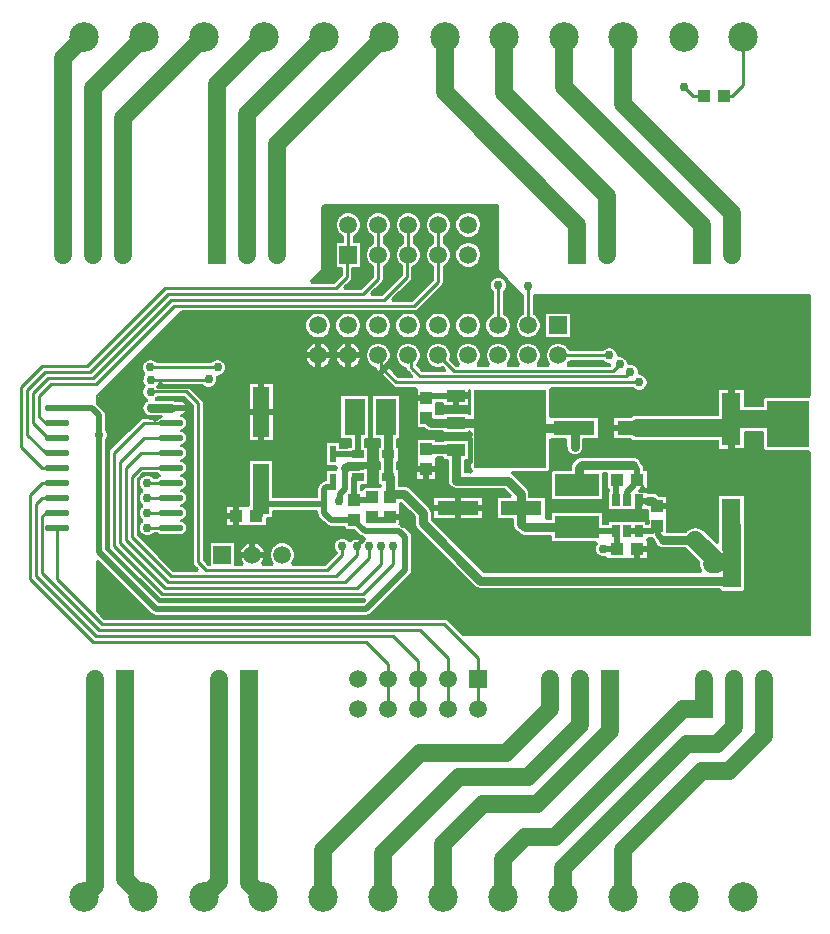
<source format=gtl>
%FSDAX24Y24*%
%MOIN*%
%SFA1B1*%

%IPPOS*%
%ADD10C,0.010000*%
%ADD18R,0.043307X0.039370*%
%ADD19R,0.064960X0.177165*%
%ADD20R,0.145669X0.074803*%
%ADD21R,0.027559X0.039370*%
%ADD22O,0.082677X0.022047*%
%ADD23R,0.061024X0.043307*%
%ADD24R,0.061024X0.043307*%
%ADD25R,0.061024X0.135827*%
%ADD26R,0.137795X0.047244*%
%ADD27R,0.043307X0.027559*%
%ADD28R,0.039370X0.043307*%
%ADD29R,0.070866X0.122834*%
%ADD30R,0.021654X0.057087*%
%ADD31R,0.055118X0.165354*%
%ADD50C,0.060000*%
%ADD51C,0.020000*%
%ADD52C,0.030000*%
%ADD53R,0.140000X0.155000*%
%ADD54R,0.240000X0.259999*%
%ADD55R,0.060000X0.190000*%
%ADD56R,0.059055X0.059055*%
%ADD57C,0.059055*%
%ADD58C,0.098425*%
%ADD59C,0.030000*%
%ADD84C,0.005000*%
%ADD85C,0.010000*%
%LNpcb_baseboard-1*%
%LPD*%
G54D84*
X019744Y020216D02*
X019845Y020175D01*
X019885*
X019917Y020134*
X019920Y020122*
X019916Y020115*
X018529*
X018509Y020164*
X018536Y020191*
X018582Y020272*
X019689*
X019744Y020216*
X018530Y020140D02*
X019920D01*
X018550Y020190D02*
X019800D01*
X018580Y020240D02*
X019710D01*
X016175Y023289D02*
X016989Y022475D01*
X017022*
Y021832*
X016941Y021786*
X016863Y021708*
X016808Y021612*
X016779Y021505*
Y021394*
X016808Y021287*
X016863Y021191*
X016941Y021113*
X017037Y021058*
X017144Y021029*
X017255*
X017362Y021058*
X017458Y021113*
X017536Y021191*
X017591Y021287*
X017620Y021394*
Y021505*
X017591Y021612*
X017536Y021708*
X017458Y021786*
X017377Y021832*
Y022475*
X026593*
Y019124*
X026544Y019080*
X026534Y019076*
X025147*
X025101Y019067*
X025059Y019040*
X025032Y018998*
X025023Y018952*
Y018757*
X024422*
Y019339*
X024047*
Y018329*
Y017318*
X024422*
Y017900*
X025023*
Y017397*
X025032Y017351*
X025059Y017309*
X025101Y017282*
X025147Y017273*
X026540*
X026593Y017225*
Y011125*
X015026*
X014524Y011627*
X014468Y011664*
X014402Y011677*
X003073*
X002825Y011926*
Y012500*
Y013590*
X002868Y013608*
X004639Y011836*
X004712Y011788*
X004797Y011771*
X011802*
X011887Y011788*
X011960Y011836*
X013263Y013139*
X013311Y013212*
X013328Y013297*
Y014402*
X013311Y014487*
X013263Y014560*
X013060Y014763*
X012987Y014811*
X012902Y014828*
X012921*
Y014990*
X012625*
Y015140*
X012921*
Y015338*
Y015381*
Y015461*
Y015519*
X012969Y015534*
X013420Y015084*
Y014847*
X013440Y014742*
X013500Y014653*
X015408Y012745*
X015497Y012686*
X015601Y012665*
X023579*
X023582Y012651*
X023609Y012609*
X023651Y012582*
X023697Y012573*
X024302*
X024348Y012582*
X024390Y012609*
X024417Y012651*
X024426Y012697*
Y013487*
X024428Y013498*
Y014015*
X024426Y014026*
Y014602*
X024425Y014608*
Y014762*
X024422Y014788*
Y015796*
X023522*
Y014218*
X023479Y014200*
X023075Y014604*
X022988Y014671*
X022884Y014714*
X022773Y014728*
X022662Y014714*
X022559Y014671*
X022470Y014603*
X022452Y014579*
X021821*
Y015038*
Y015081*
Y015161*
Y015359*
X021525*
Y015509*
X021821*
Y015776*
X021554*
X021530Y015799*
X021441Y015859*
X021337Y015879*
X021194*
X021180Y015877*
X021136Y015912*
Y015945*
X021022*
X020993Y015999*
X020979Y015978*
X021176*
Y016621*
X021063*
Y016667*
X021046Y016753*
X020998Y016825*
X020969Y016854*
X020959Y016907*
X020898Y016998*
X020807Y017059*
X020702Y017079*
X018997*
X018892Y017059*
X018803Y016999*
X018700Y016896*
X018640Y016807*
X018620Y016702*
Y016640*
X017969*
Y015642*
X019676*
Y016520*
X019823*
Y015978*
X019897*
Y015945*
X019863*
Y015301*
X020799*
Y015598*
X020949*
Y015301*
X021120*
X021127Y015307*
X021178Y015287*
Y015118*
Y015038*
Y014828*
X021136*
Y014921*
X019863*
Y014828*
X019676*
Y015223*
X017969*
Y015003*
X017817*
X017775Y015045*
Y015732*
X017240*
Y015841*
X017220Y015946*
X017160Y016035*
X016712Y016483*
X016641Y016531*
X016649Y016573*
X017802*
X017848Y016582*
X017890Y016609*
X017917Y016651*
X017926Y016697*
Y017623*
X017962Y017667*
X018470*
Y017397*
X018475Y017372*
Y017345*
X018485Y017319*
X018490Y017292*
X018506Y017269*
X018516Y017244*
X018536Y017224*
X018551Y017201*
X018574Y017186*
X018594Y017166*
X018619Y017156*
X018642Y017140*
X018669Y017135*
X018695Y017125*
X018722*
X018750Y017119*
X018777Y017125*
X018804*
X018830Y017135*
X018857Y017140*
X018880Y017156*
X018905Y017166*
X018925Y017186*
X018948Y017201*
X018963Y017224*
X018983Y017244*
X018993Y017269*
X019009Y017292*
X019014Y017319*
X019025Y017345*
Y017372*
X019029Y017397*
Y017667*
X019552*
Y018390*
X017962*
X017926Y018434*
Y019302*
X017924Y019312*
X017954Y019364*
X017962Y019372*
X020689*
X020744Y019316*
X020845Y019275*
X020954*
X021055Y019316*
X021133Y019394*
X021175Y019495*
Y019604*
X021133Y019705*
X021055Y019783*
X020954Y019825*
X020924*
X020875Y019862*
X020874Y019873*
X020875Y019954*
X020833Y020055*
X020755Y020133*
X020654Y020175*
X020557*
X020525Y020196*
Y020204*
X020483Y020305*
X020405Y020383*
X020304Y020425*
X020223*
X020212Y020425*
X020175Y020474*
Y020504*
X020133Y020605*
X020055Y020683*
X019954Y020725*
X019845*
X019744Y020683*
X019689Y020627*
X018582*
X018536Y020708*
X018458Y020786*
X018362Y020841*
X018255Y020870*
X018144*
X018037Y020841*
X017941Y020786*
X017863Y020708*
X017808Y020612*
X017779Y020505*
Y020394*
X017808Y020287*
X017863Y020191*
X017890Y020164*
X017870Y020115*
X017529*
X017509Y020164*
X017536Y020191*
X017591Y020287*
X017620Y020394*
Y020505*
X017591Y020612*
X017536Y020708*
X017458Y020786*
X017362Y020841*
X017255Y020870*
X017144*
X017037Y020841*
X016941Y020786*
X016863Y020708*
X016808Y020612*
X016779Y020505*
Y020394*
X016808Y020287*
X016863Y020191*
X016890Y020164*
X016870Y020115*
X016529*
X016509Y020164*
X016536Y020191*
X016591Y020287*
X016620Y020394*
Y020505*
X016591Y020612*
X016536Y020708*
X016458Y020786*
X016362Y020841*
X016255Y020870*
X016144*
X016037Y020841*
X015941Y020786*
X015863Y020708*
X015808Y020612*
X015779Y020505*
Y020394*
X015808Y020287*
X015863Y020191*
X015890Y020164*
X015870Y020115*
X015529*
X015509Y020164*
X015536Y020191*
X015591Y020287*
X015620Y020394*
Y020505*
X015591Y020612*
X015536Y020708*
X015458Y020786*
X015362Y020841*
X015255Y020870*
X015144*
X015037Y020841*
X014941Y020786*
X014863Y020708*
X014808Y020612*
X014779Y020505*
Y020394*
X014808Y020287*
X014863Y020191*
X014890Y020164*
X014870Y020115*
X014785*
X014596Y020305*
X014620Y020394*
Y020505*
X014591Y020612*
X014536Y020708*
X014458Y020786*
X014362Y020841*
X014255Y020870*
X014144*
X014037Y020841*
X013941Y020786*
X013863Y020708*
X013808Y020612*
X013779Y020505*
Y020394*
X013808Y020287*
X013863Y020191*
X013941Y020113*
X014037Y020058*
X014144Y020029*
X014255*
X014344Y020053*
X014427Y019970*
X014409Y019927*
X013673*
X013509Y020092*
X013479Y020128*
X013512Y020168*
X013536Y020191*
X013591Y020287*
X013620Y020394*
Y020505*
X013591Y020612*
X013536Y020708*
X013458Y020786*
X013362Y020841*
X013255Y020870*
X013144*
X013037Y020841*
X012941Y020786*
X012863Y020708*
X012808Y020612*
X012779Y020505*
Y020394*
X012808Y020287*
X012863Y020191*
X012941Y020113*
X013037Y020058*
X013107Y020039*
X013115Y020001*
X013152Y019945*
X013208Y019889*
X013327Y019770*
X013309Y019727*
X012873*
X012517Y020084*
X012517Y020173*
X012512Y020168*
X012536Y020191*
X012591Y020287*
X012620Y020394*
Y020505*
X012591Y020612*
X012536Y020708*
X012458Y020786*
X012362Y020841*
X012255Y020870*
X012144*
X012037Y020841*
X011941Y020786*
X011863Y020708*
X011808Y020612*
X011779Y020505*
Y020394*
X011808Y020287*
X011863Y020191*
X011941Y020113*
X012037Y020058*
X012107Y020039*
X012115Y020001*
X012152Y019945*
X012208Y019889*
X012675Y019422*
X012731Y019385*
X012797Y019372*
X013433*
X013478Y019338*
Y019109*
X013775*
Y018959*
X013478*
Y018718*
Y018681*
Y018023*
X013745*
X013763Y018005*
X013852Y017946*
X013957Y017925*
X014369*
Y017863*
X015230*
Y017925*
X015273*
Y016697*
X015282Y016651*
X015309Y016609*
X015312Y016608*
X015299Y016563*
X015079*
Y016958*
X015230*
Y017641*
X014369*
Y017614*
X014121*
Y017676*
X013478*
Y017061*
Y017018*
Y016938*
Y016740*
X013800*
X014121*
Y016938*
Y016981*
Y017012*
X014163Y017054*
X014369*
Y016958*
X014520*
Y016281*
X014540Y016176*
X014601Y016085*
X014692Y016024*
X014797Y016004*
X016400*
X016622Y015781*
X016602Y015732*
X016147*
Y015009*
X016681*
Y014836*
X016701Y014731*
X016761Y014642*
X016879Y014524*
X016968Y014464*
X017073Y014444*
X017969*
Y014225*
X019466*
X019486Y014175*
X019466Y014155*
X019425Y014054*
Y013945*
X019466Y013844*
X019544Y013766*
X019645Y013725*
X019754*
X019766Y013729*
X019823Y013691*
Y013678*
X020438*
X020481*
X020561*
X020759*
Y013975*
X020859*
Y014075*
X021176*
Y014239*
Y014303*
X021168Y014316*
X021198Y014371*
X021321*
X021353Y014322*
X021430Y014245*
X021440Y014192*
X021501Y014101*
X021592Y014040*
X021697Y014020*
X022452*
X022469Y013998*
X022901Y013566*
X022892Y013499*
X022907Y013389*
X022950Y013285*
X022956Y013277*
X022930Y013225*
X015720*
X013979Y014965*
Y015202*
X013959Y015307*
X013899Y015396*
X013261Y016034*
X013172Y016093*
X013067Y016114*
X012879*
Y016394*
X012875Y016419*
Y016667*
X012813*
Y016889*
X012875*
Y017415*
X012813*
Y017652*
X012925*
Y019130*
X011966*
Y017652*
X012253*
Y017415*
X012191*
Y016889*
X012253*
Y016667*
X012191*
Y016141*
X012275*
X012280Y016129*
X012243Y016076*
X011678*
Y016029*
X011673Y015976*
X011628*
Y016141*
X011856*
Y016541*
Y016704*
X011539*
Y016854*
X011856*
Y016915*
Y017415*
X011743*
Y017652*
X011899*
Y019130*
X010940*
Y017652*
X011285*
Y017415*
X011173*
Y017382*
X010933*
Y017573*
X010466*
Y016752*
X010785*
X010821Y016708*
X010819Y016699*
X010821Y016691*
X010785Y016647*
X010466*
Y016291*
X010466*
X010381Y016274*
X010308Y016226*
X010236Y016154*
X010188Y016081*
X010171Y015996*
Y015728*
X008700*
Y016951*
X007899*
Y015463*
X007857Y015421*
X007818*
X007738*
X007540*
Y015100*
Y014778*
X007738*
X007781*
X007861*
X008476*
Y015048*
X008700*
Y015271*
X010171*
Y015197*
X010188Y015112*
X010236Y015039*
X010474Y014801*
X010546Y014753*
X010632Y014736*
X011078*
Y014623*
X011398*
X011585Y014436*
X011657Y014388*
X011743Y014371*
X011731*
X011739Y014331*
X011744Y014333*
X011700Y014288*
X011655Y014333*
X011554Y014375*
X011445*
X011344Y014333*
X011284Y014273*
X011250Y014270*
X011215Y014273*
X011155Y014333*
X011054Y014375*
X010945*
X010844Y014333*
X010766Y014255*
X010725Y014154*
Y014045*
X010766Y013944*
X010822Y013889*
Y013873*
X010426Y013477*
X009341*
X009321Y013527*
X009336Y013541*
X009391Y013637*
X009420Y013744*
Y013855*
X009391Y013962*
X009336Y014058*
X009258Y014136*
X009162Y014191*
X009055Y014220*
X008944*
X008837Y014191*
X008741Y014136*
X008663Y014058*
X008608Y013962*
X008579Y013855*
Y013744*
X008608Y013637*
X008663Y013541*
X008678Y013527*
X008658Y013477*
X008341*
X008321Y013527*
X008336Y013541*
X008391Y013637*
X008415Y013725*
X007584*
X007608Y013637*
X007663Y013541*
X007678Y013527*
X007658Y013477*
X007420*
Y014220*
X006579*
Y013477*
X006523*
X006377Y013623*
Y018852*
X006364Y018918*
X006327Y018974*
X005924Y019377*
X005868Y019414*
X005802Y019427*
X004946*
X004917Y019481*
X004907Y019465*
X006345*
X006394Y019416*
X006495Y019375*
X006604*
X006705Y019416*
X006783Y019494*
X006825Y019595*
Y019704*
X006818Y019720*
X006857Y019775*
X006904*
X007005Y019816*
X007083Y019894*
X007125Y019995*
Y020104*
X007083Y020205*
X007005Y020283*
X006904Y020325*
X006795*
X006694Y020283*
X006639Y020227*
X004810*
X004755Y020283*
X004654Y020325*
X004545*
X004444Y020283*
X004366Y020205*
X004325Y020104*
Y019995*
X004366Y019894*
X004377Y019884*
X004377Y019791*
X004379Y019793*
X004337Y019692*
Y019583*
X004379Y019482*
X004423Y019437*
X004379Y019393*
X004337Y019292*
Y019183*
X004379Y019082*
X004456Y019004*
X004477Y018996*
X004481Y018976*
X004477Y018940*
X004413Y018898*
X004353Y018807*
X004331Y018700*
X004353Y018592*
X004413Y018501*
X004504Y018440*
X004609Y018420*
X004725*
X004752Y018367*
X004762Y018372*
X004397Y018377*
X004331Y018364*
X004275Y018327*
X003272Y017324*
X003235Y017268*
X003222Y017202*
Y014097*
X003235Y014031*
X003272Y013975*
X004875Y012372*
X004931Y012335*
X004997Y012322*
X011702*
X011747Y012331*
X011772Y012296*
X011705Y012228*
X004894*
X003128Y013994*
Y017640*
X003133Y017644*
X003175Y017745*
Y017854*
X003133Y017955*
X003128Y017959*
Y018452*
X003111Y018537*
X003063Y018610*
X002825Y018848*
Y019089*
X005657Y021922*
X013402*
X013468Y021935*
X013524Y021972*
X014327Y022775*
X014364Y022831*
X014377Y022897*
Y023420*
X014458Y023466*
X014536Y023544*
X014591Y023640*
X014620Y023747*
Y023858*
X014591Y023965*
X014536Y024061*
X014458Y024139*
X014377Y024185*
Y024420*
X014458Y024466*
X014536Y024544*
X014591Y024640*
X014620Y024747*
Y024858*
X014591Y024965*
X014536Y025061*
X014458Y025139*
X014362Y025194*
X014255Y025223*
X014144*
X014037Y025194*
X013941Y025139*
X013863Y025061*
X013808Y024965*
X013779Y024858*
Y024747*
X013808Y024640*
X013863Y024544*
X013941Y024466*
X014022Y024420*
Y024185*
X013941Y024139*
X013863Y024061*
X013808Y023965*
X013779Y023858*
Y023747*
X013808Y023640*
X013863Y023544*
X013941Y023466*
X014022Y023420*
Y022973*
X013326Y022277*
X012690*
X012672Y022320*
X013289Y022938*
X013327Y022993*
X013340Y023059*
Y023405*
X013362Y023411*
X013458Y023466*
X013536Y023544*
X013591Y023640*
X013620Y023747*
Y023858*
X013591Y023965*
X013536Y024061*
X013458Y024139*
X013377Y024185*
Y024420*
X013458Y024466*
X013536Y024544*
X013591Y024640*
X013620Y024747*
Y024858*
X013591Y024965*
X013536Y025061*
X013458Y025139*
X013362Y025194*
X013255Y025223*
X013144*
X013037Y025194*
X012941Y025139*
X012863Y025061*
X012808Y024965*
X012779Y024858*
Y024747*
X012808Y024640*
X012863Y024544*
X012941Y024466*
X013022Y024420*
Y024185*
X012941Y024139*
X012863Y024061*
X012808Y023965*
X012779Y023858*
Y023747*
X012808Y023640*
X012863Y023544*
X012941Y023466*
X012984Y023442*
Y023135*
X012326Y022477*
X011990*
X011972Y022520*
X012327Y022875*
X012364Y022931*
X012377Y022997*
Y023420*
X012458Y023466*
X012536Y023544*
X012591Y023640*
X012620Y023747*
Y023858*
X012591Y023965*
X012536Y024061*
X012458Y024139*
X012377Y024185*
Y024420*
X012458Y024466*
X012536Y024544*
X012591Y024640*
X012620Y024747*
Y024858*
X012591Y024965*
X012536Y025061*
X012458Y025139*
X012362Y025194*
X012255Y025223*
X012144*
X012037Y025194*
X011941Y025139*
X011863Y025061*
X011808Y024965*
X011779Y024858*
Y024747*
X011808Y024640*
X011863Y024544*
X011941Y024466*
X012022Y024420*
Y024185*
X011941Y024139*
X011863Y024061*
X011808Y023965*
X011779Y023858*
Y023747*
X011808Y023640*
X011863Y023544*
X011941Y023466*
X012022Y023420*
Y023073*
X011626Y022677*
X011090*
X011072Y022720*
X011289Y022938*
X011327Y022993*
X011340Y023059*
Y023382*
X011620*
Y024223*
X011377*
Y024420*
X011458Y024466*
X011536Y024544*
X011591Y024640*
X011620Y024747*
Y024858*
X011591Y024965*
X011536Y025061*
X011458Y025139*
X011362Y025194*
X011255Y025223*
X011144*
X011037Y025194*
X010941Y025139*
X010863Y025061*
X010808Y024965*
X010779Y024858*
Y024747*
X010808Y024640*
X010863Y024544*
X010941Y024466*
X011022Y024420*
Y024223*
X010779*
Y023382*
X010984*
Y023135*
X010726Y022877*
X009974*
X009956Y022920*
X010325Y023289*
Y025389*
X010410Y025475*
X016175*
Y023289*
G54D85*
X016125Y023268D02*
X016968Y022425D01*
X016972*
Y021861*
X016911Y021826*
X016823Y021738*
X016761Y021631*
X016729Y021511*
Y021388*
X016761Y021268*
X016823Y021161*
X016911Y021073*
X017018Y021011*
X017138Y020979*
X017261*
X017381Y021011*
X017488Y021073*
X017576Y021161*
X017638Y021268*
X017670Y021388*
Y021511*
X017638Y021631*
X017576Y021738*
X017488Y021826*
X017427Y021861*
Y022425*
X026543*
Y019146*
X026518Y019124*
X026526Y019125*
X025142Y019126*
X025081Y019114*
X025023Y019076*
X024985Y019018*
X024973Y018957*
Y018807*
X024472*
Y019389*
X023997*
Y018329*
Y017268*
X024472*
Y017850*
X024973*
Y017392*
X024985Y017331*
X025023Y017273*
X025081Y017235*
X025142Y017223*
X026521*
X026543Y017203*
Y011175*
X015047*
X014555Y011666*
X014487Y011711*
X014407Y011727*
X003094*
X002875Y011947*
Y012500*
Y013556*
X002856Y013549*
X004608Y011797*
X004692Y011740*
X004792Y011721*
X011807*
X011907Y011740*
X011991Y011797*
X013302Y013107*
X013359Y013192*
X013378Y013292*
Y014407*
X013359Y014507*
X013302Y014591*
X013092Y014802*
X013007Y014859*
X013409Y014778*
X012971*
Y015040*
X012675*
Y015090*
X012971*
Y015338*
Y015381*
Y015461*
Y015482*
X012955Y015477*
X013370Y015063*
Y014842*
X013393Y014723*
X013461Y014621*
X015376Y012707*
X015477Y012639*
X015597Y012615*
X023538*
X023535Y012631*
X023573Y012573*
X023631Y012535*
X023692Y012523*
X024307*
X024368Y012535*
X024426Y012573*
X024464Y012631*
X024476Y012692*
Y013483*
X024478Y013495*
Y014018*
X024476Y014030*
Y014607*
X024475Y014613*
Y014765*
X024472Y014792*
Y015846*
X023472*
Y014251*
X023491Y014259*
X023108Y014641*
X023013Y014714*
X022897Y014762*
X022773Y014779*
X022649Y014762*
X022534Y014714*
X022435Y014638*
X022428Y014629*
X021871*
Y015038*
Y015081*
Y015161*
Y015409*
X021575*
Y015459*
X021871*
Y015826*
X021575*
X021562Y015838*
X021461Y015906*
X021342Y015929*
X021189*
X021193Y015930*
X021186Y015936*
Y015995*
X021052*
X020997Y016097*
X020887Y015928*
X021226*
Y016671*
X021113*
Y016672*
X021093Y016772*
X021037Y016857*
X021015Y016878*
X021006Y016926*
X020934Y017034*
X020826Y017106*
X020707Y017129*
X018992*
X018873Y017106*
X018771Y017038*
X018661Y016928*
X018593Y016826*
X018570Y016707*
Y016690*
X017919*
Y015592*
X019726*
Y016470*
X019773*
Y015928*
X019847*
Y015995*
X019813*
Y015251*
X020849*
Y015548*
X020899*
Y015251*
X021138*
X021136Y015250*
X021128Y015253*
Y015118*
Y015038*
Y014878*
X021186*
Y014971*
X019813*
Y014878*
X019726*
Y015273*
X017919*
Y015053*
X017837*
X017825Y015066*
Y015782*
X017290*
Y015846*
X017267Y015965*
X017199Y016067*
X016744Y016522*
X016696Y016554*
X016690Y016523*
X017807*
X017868Y016535*
X017926Y016573*
X017964Y016631*
X017976Y016692*
Y017606*
X017986Y017617*
X018420*
Y017392*
X018425Y017368*
Y017335*
X018437Y017305*
X018443Y017273*
X018462Y017246*
X018474Y017215*
X018497Y017192*
X018515Y017165*
X018542Y017147*
X018565Y017124*
X018596Y017112*
X018623Y017093*
X018655Y017087*
X018685Y017075*
X018718*
X018750Y017068*
X018781Y017075*
X018814*
X018844Y017087*
X018876Y017093*
X018903Y017112*
X018934Y017124*
X018957Y017147*
X018984Y017165*
X019002Y017192*
X019025Y017215*
X019037Y017246*
X019056Y017273*
X019062Y017305*
X019075Y017335*
Y017368*
X019079Y017392*
Y017617*
X019602*
Y018440*
X017986*
X017976Y018451*
Y019307*
X017977Y019304*
X017994Y019333*
X017982Y019322*
X020668*
X020715Y019274*
X020835Y019225*
X020964*
X021084Y019274*
X021175Y019365*
X021225Y019485*
Y019614*
X021175Y019734*
X021084Y019825*
X020964Y019875*
X020941*
X020924Y019887*
X020924Y019874*
X020925Y019964*
X020875Y020084*
X020784Y020175*
X020664Y020225*
X020573*
X020575Y020223*
Y020214*
X020525Y020334*
X020434Y020425*
X020314Y020475*
X020223*
X020237Y020474*
X020225Y020491*
Y020514*
X020175Y020634*
X020084Y020725*
X019964Y020775*
X019835*
X019715Y020725*
X019668Y020677*
X018611*
X018576Y020738*
X018488Y020826*
X018381Y020888*
X018261Y020920*
X018138*
X018018Y020888*
X017911Y020826*
X017823Y020738*
X017761Y020631*
X017729Y020511*
Y020388*
X017761Y020268*
X017823Y020161*
X017831Y020153*
X017836Y020165*
X017563*
X017568Y020153*
X017576Y020161*
X017638Y020268*
X017670Y020388*
Y020511*
X017638Y020631*
X017576Y020738*
X017488Y020826*
X017381Y020888*
X017261Y020920*
X017138*
X017018Y020888*
X016911Y020826*
X016823Y020738*
X016761Y020631*
X016729Y020511*
Y020388*
X016761Y020268*
X016823Y020161*
X016831Y020153*
X016836Y020165*
X016563*
X016568Y020153*
X016576Y020161*
X016638Y020268*
X016670Y020388*
Y020511*
X016638Y020631*
X016576Y020738*
X016488Y020826*
X016381Y020888*
X016261Y020920*
X016138*
X016018Y020888*
X015911Y020826*
X015823Y020738*
X015761Y020631*
X015729Y020511*
Y020388*
X015761Y020268*
X015823Y020161*
X015831Y020153*
X015836Y020165*
X015563*
X015568Y020153*
X015576Y020161*
X015638Y020268*
X015670Y020388*
Y020511*
X015638Y020631*
X015576Y020738*
X015488Y020826*
X015381Y020888*
X015261Y020920*
X015138*
X015018Y020888*
X014911Y020826*
X014823Y020738*
X014761Y020631*
X014729Y020511*
Y020388*
X014761Y020268*
X014823Y020161*
X014831Y020153*
X014836Y020165*
X014806*
X014652Y020320*
X014670Y020388*
Y020511*
X014638Y020631*
X014576Y020738*
X014488Y020826*
X014381Y020888*
X014261Y020920*
X014138*
X014018Y020888*
X013911Y020826*
X013823Y020738*
X013761Y020631*
X013729Y020511*
Y020388*
X013761Y020268*
X013823Y020161*
X013911Y020073*
X014018Y020011*
X014138Y019979*
X014261*
X014329Y019997*
X014368Y019959*
X014376Y019977*
X013694*
X013546Y020125*
X013544Y020128*
X013549Y020134*
X013576Y020161*
X013638Y020268*
X013670Y020388*
Y020511*
X013638Y020631*
X013576Y020738*
X013488Y020826*
X013381Y020888*
X013261Y020920*
X013138*
X013018Y020888*
X012911Y020826*
X012823Y020738*
X012761Y020631*
X012729Y020511*
Y020388*
X012761Y020268*
X012823Y020161*
X012911Y020073*
X013018Y020011*
X013064Y019999*
X013068Y019981*
X013113Y019913*
X013173Y019854*
X013268Y019759*
X013276Y019777*
X012894*
X012567Y020105*
X012567Y020310*
X011717Y019302*
X012576Y020161*
X012638Y020268*
X012670Y020388*
Y020511*
X012638Y020631*
X012576Y020738*
X012488Y020826*
X012381Y020888*
X012261Y020920*
X012138*
X012018Y020888*
X011911Y020826*
X011823Y020738*
X011761Y020631*
X011729Y020511*
Y020388*
X011761Y020268*
X011823Y020161*
X011911Y020073*
X012018Y020011*
X012064Y019999*
X012068Y019981*
X012113Y019913*
X012173Y019854*
X012644Y019383*
X012712Y019338*
X012792Y019322*
X013417*
X013428Y019313*
Y019059*
X013725*
Y019009*
X013428*
Y018718*
Y018681*
Y017973*
X013724*
X013731Y017967*
X013833Y017899*
X013952Y017875*
X014319*
Y017813*
X015280*
Y017875*
X015223*
Y016692*
X015235Y016631*
X015273Y016573*
X015254Y016586*
X015262Y016613*
X015129*
Y016908*
X015280*
Y017691*
X014319*
Y017664*
X014171*
Y017726*
X013428*
Y017061*
Y017018*
Y016938*
Y016690*
X013800*
X014171*
Y016938*
Y016981*
Y016992*
X014184Y017004*
X014319*
Y016908*
X014470*
Y016276*
X014493Y016157*
X014565Y016049*
X014673Y015977*
X014792Y015954*
X016379*
X016563Y015769*
X016569Y015782*
X016097*
Y014959*
X016631*
Y014831*
X016654Y014712*
X016722Y014610*
X016847Y014485*
X016949Y014417*
X017068Y014394*
X017919*
Y014175*
X019433*
X019427Y014187*
X019424Y014184*
X019375Y014064*
Y013935*
X019424Y013815*
X019515Y013724*
X019635Y013675*
X019764*
X019760Y013673*
X019773Y013664*
Y013628*
X020438*
X020481*
X020561*
X020809*
Y013925*
X020909*
Y014025*
X021226*
Y014239*
Y014318*
X021226Y014318*
X021227Y014321*
X021294*
X021314Y014290*
X021384Y014221*
X021393Y014173*
X021465Y014065*
X021573Y013993*
X021692Y013970*
X022428*
X022432Y013965*
X022848Y013548*
X022842Y013499*
X022858Y013376*
X022906Y013260*
X022897Y013271*
X022899Y013275*
X015741*
X014029Y014986*
Y015207*
X014006Y015326*
X013938Y015428*
X013293Y016073*
X013192Y016140*
X013072Y016164*
X012929*
Y016399*
X012925Y016424*
Y016717*
X012863*
Y016839*
X012925*
Y017465*
X012863*
Y017602*
X012975*
Y019180*
X011916*
Y017602*
X012203*
Y017465*
X012141*
Y016839*
X012203*
Y016717*
X012141*
Y016091*
X012242*
X012224Y016135*
X012217Y016126*
X011628*
Y016031*
X011627Y016026*
X011678*
Y016091*
X011906*
Y016541*
Y016754*
X011589*
Y016804*
X011906*
Y016915*
Y017465*
X011793*
Y017602*
X011949*
Y019180*
X010890*
Y017602*
X011235*
Y017465*
X011123*
Y017432*
X010983*
Y017623*
X010416*
Y016702*
X010761*
X010767Y016695*
X010768Y016699*
X010767Y016704*
X010761Y016697*
X010416*
Y016332*
X010361Y016322*
X010276Y016265*
X010197Y016186*
X010140Y016101*
X010121Y016001*
Y015778*
X008750*
Y017001*
X007849*
Y015484*
X007836Y015471*
X007818*
X007738*
X007490*
Y015100*
Y014728*
X007738*
X007781*
X007861*
X008526*
Y014998*
X008750*
Y015221*
X010121*
Y015192*
X010140Y015092*
X010197Y015007*
X010442Y014762*
X010527Y014706*
X010627Y014686*
X011028*
Y014573*
X011377*
X011553Y014397*
X011638Y014340*
X011235Y014421*
X011671*
X011702Y014261*
X011530Y014190*
X011700Y014359*
X011684Y014375*
X011564Y014425*
X011435*
X011315Y014375*
X011261Y014321*
X011249Y014320*
X011238Y014321*
X011184Y014375*
X011064Y014425*
X010935*
X010815Y014375*
X010724Y014284*
X010675Y014164*
Y014035*
X010724Y013915*
X010772Y013868*
Y013894*
X010405Y013527*
X009375*
X009380Y013515*
X009376Y013511*
X009438Y013618*
X009470Y013738*
Y013861*
X009438Y013981*
X009376Y014088*
X009288Y014176*
X009181Y014238*
X009061Y014270*
X008938*
X008818Y014238*
X008711Y014176*
X008623Y014088*
X008561Y013981*
X008529Y013861*
Y013738*
X008561Y013618*
X008623Y013511*
X008619Y013515*
X008624Y013527*
X008375*
X008380Y013515*
X008376Y013511*
X008438Y013618*
X008480Y013775*
X007519*
X007561Y013618*
X007623Y013511*
X007619Y013515*
X007624Y013527*
X007470*
Y014270*
X006529*
Y013527*
X006544*
X006427Y013644*
Y018857*
X006411Y018937*
X006366Y019005*
X005955Y019416*
X005887Y019461*
X005807Y019477*
X004976*
X004922Y019578*
X004813Y019415*
X006324*
X006365Y019374*
X006485Y019325*
X006614*
X006734Y019374*
X006825Y019465*
X006875Y019585*
Y019714*
X006875Y019714*
X006883Y019725*
X006914*
X007034Y019774*
X007125Y019865*
X007175Y019985*
Y020114*
X007125Y020234*
X007034Y020325*
X006914Y020375*
X006785*
X006665Y020325*
X006618Y020277*
X004831*
X004784Y020325*
X004664Y020375*
X004535*
X004415Y020325*
X004324Y020234*
X004275Y020114*
Y019985*
X004324Y019865*
X004327Y019863*
X004327Y019670*
X004235Y019578*
X004287Y019702*
Y019573*
X004336Y019453*
X004352Y019437*
X004336Y019421*
X004287Y019302*
Y019173*
X004336Y019053*
X004428Y018962*
X004433Y018960*
X004430Y018974*
X004430Y018969*
X004377Y018934*
X004306Y018826*
X004280Y018700*
X004306Y018573*
X004377Y018465*
X004485Y018393*
X004604Y018370*
X004694*
X004729Y018300*
X004964Y018419*
X004393Y018428*
X004312Y018411*
X004244Y018366*
X003233Y017355*
X003188Y017287*
X003172Y017207*
Y014092*
X003188Y014012*
X003233Y013944*
X004844Y012333*
X004912Y012288*
X004992Y012272*
X011707*
X011725Y012275*
X011707Y012301*
X011684Y012278*
X004915*
X003178Y014015*
Y017619*
X003175Y017615*
X003225Y017735*
Y017864*
X003175Y017984*
X003178Y017980*
Y018457*
X003159Y018557*
X003102Y018642*
X002875Y018869*
Y019068*
X005678Y021872*
X013407*
X013487Y021888*
X013555Y021933*
X014366Y022744*
X014411Y022812*
X014427Y022892*
Y023391*
X014488Y023426*
X014576Y023514*
X014638Y023621*
X014670Y023741*
Y023864*
X014638Y023984*
X014576Y024091*
X014488Y024179*
X014427Y024214*
Y024391*
X014488Y024426*
X014576Y024514*
X014638Y024621*
X014670Y024741*
Y024864*
X014638Y024984*
X014576Y025091*
X014488Y025179*
X014381Y025241*
X014261Y025273*
X014138*
X014018Y025241*
X013911Y025179*
X013823Y025091*
X013761Y024984*
X013729Y024864*
Y024741*
X013761Y024621*
X013823Y024514*
X013911Y024426*
X013972Y024391*
Y024214*
X013911Y024179*
X013823Y024091*
X013761Y023984*
X013729Y023864*
Y023741*
X013761Y023621*
X013823Y023514*
X013911Y023426*
X013972Y023391*
Y022994*
X013305Y022327*
X012723*
X012731Y022309*
X013328Y022906*
X013374Y022974*
X013390Y023054*
Y023367*
X013381Y023364*
X013488Y023426*
X013576Y023514*
X013638Y023621*
X013670Y023741*
Y023864*
X013638Y023984*
X013576Y024091*
X013488Y024179*
X013427Y024214*
Y024391*
X013488Y024426*
X013576Y024514*
X013638Y024621*
X013670Y024741*
Y024864*
X013638Y024984*
X013576Y025091*
X013488Y025179*
X013381Y025241*
X013261Y025273*
X013138*
X013018Y025241*
X012911Y025179*
X012823Y025091*
X012761Y024984*
X012729Y024864*
Y024741*
X012761Y024621*
X012823Y024514*
X012911Y024426*
X012972Y024391*
Y024214*
X012911Y024179*
X012823Y024091*
X012761Y023984*
X012729Y023864*
Y023741*
X012761Y023621*
X012823Y023514*
X012911Y023426*
X012934Y023413*
Y023156*
X012305Y022527*
X012023*
X012031Y022509*
X012366Y022844*
X012411Y022912*
X012427Y022992*
Y023391*
X012488Y023426*
X012576Y023514*
X012638Y023621*
X012670Y023741*
Y023864*
X012638Y023984*
X012576Y024091*
X012488Y024179*
X012427Y024214*
Y024391*
X012488Y024426*
X012576Y024514*
X012638Y024621*
X012670Y024741*
Y024864*
X012638Y024984*
X012576Y025091*
X012488Y025179*
X012381Y025241*
X012261Y025273*
X012138*
X012018Y025241*
X011911Y025179*
X011823Y025091*
X011761Y024984*
X011729Y024864*
Y024741*
X011761Y024621*
X011823Y024514*
X011911Y024426*
X011972Y024391*
Y024214*
X011911Y024179*
X011823Y024091*
X011761Y023984*
X011729Y023864*
Y023741*
X011761Y023621*
X011823Y023514*
X011911Y023426*
X011972Y023391*
Y023094*
X011605Y022727*
X011123*
X011131Y022709*
X011328Y022906*
X011374Y022974*
X011390Y023054*
Y023332*
X011670*
Y024273*
X011427*
Y024391*
X011488Y024426*
X011576Y024514*
X011638Y024621*
X011670Y024741*
Y024864*
X011638Y024984*
X011576Y025091*
X011488Y025179*
X011381Y025241*
X011261Y025273*
X011138*
X011018Y025241*
X010911Y025179*
X010823Y025091*
X010761Y024984*
X010729Y024864*
Y024741*
X010761Y024621*
X010823Y024514*
X010911Y024426*
X010972Y024391*
Y024273*
X010729*
Y023332*
X010934*
Y023156*
X010705Y022927*
X010007*
X010015Y022909*
X010375Y023268*
Y025368*
X010431Y025425*
X016125*
Y023268*
X015030Y011220D02*
X026540D01*
X014930Y011320D02*
X026540D01*
X014830Y011420D02*
X026540D01*
X014730Y011520D02*
X026540D01*
X014630Y011620D02*
X026540D01*
X004810Y011720D02*
X011800D01*
X014470D02*
X026540D01*
X003010Y011820D02*
X004580D01*
X012030D02*
X026540D01*
X002910Y011920D02*
X004480D01*
X012130D02*
X026540D01*
X002890Y012020D02*
X004380D01*
X012230D02*
X026540D01*
X002890Y012120D02*
X004280D01*
X012330D02*
X026540D01*
X002890Y012220D02*
X004180D01*
X012430D02*
X026540D01*
X002890Y012320D02*
X004080D01*
X004870D02*
X004860D01*
X012530D02*
X026540D01*
X002890Y012420D02*
X003980D01*
X004770D02*
X004760D01*
X012630D02*
X026540D01*
X002890Y012520D02*
X003880D01*
X004670D02*
X004660D01*
X012730D02*
X023680D01*
X024330D02*
X026540D01*
X002890Y012620D02*
X003780D01*
X004570D02*
X004560D01*
X012830D02*
X015580D01*
X023550D02*
X023540D01*
X024470D02*
X026540D01*
X002890Y012720D02*
X003680D01*
X004470D02*
X004460D01*
X012930D02*
X015360D01*
X024490D02*
X026540D01*
X002890Y012820D02*
X003580D01*
X004370D02*
X004360D01*
X013030D02*
X015260D01*
X024490D02*
X026540D01*
X002890Y012920D02*
X003480D01*
X004270D02*
X004260D01*
X013130D02*
X015160D01*
X024490D02*
X026540D01*
X002890Y013020D02*
X003380D01*
X004170D02*
X004160D01*
X013230D02*
X015060D01*
X024490D02*
X026540D01*
X002890Y013120D02*
X003280D01*
X004070D02*
X004060D01*
X013330D02*
X014960D01*
X024490D02*
X026540D01*
X002890Y013220D02*
X003180D01*
X003970D02*
X003960D01*
X013390D02*
X014860D01*
X024490D02*
X026540D01*
X002890Y013320D02*
X003080D01*
X003870D02*
X003860D01*
X013390D02*
X014760D01*
X015710D02*
X022880D01*
X024490D02*
X026540D01*
X002890Y013420D02*
X002980D01*
X003770D02*
X003760D01*
X013390D02*
X014660D01*
X015610D02*
X022840D01*
X024490D02*
X026540D01*
X002890Y013520D02*
X002880D01*
X003670D02*
X003660D01*
X008390D02*
X008380D01*
X009390D02*
X009380D01*
X013390D02*
X014560D01*
X015510D02*
X022840D01*
X024490D02*
X026540D01*
X003570Y013620D02*
X003560D01*
X006470D02*
X006520D01*
X007490D02*
X007540D01*
X008450D02*
X008540D01*
X009450D02*
X010480D01*
X013390D02*
X014460D01*
X015410D02*
X022760D01*
X024490D02*
X026540D01*
X003470Y013720D02*
X003460D01*
X006450D02*
X006520D01*
X007490D02*
X007520D01*
X008490D02*
X008520D01*
X009490D02*
X010580D01*
X013390D02*
X014360D01*
X015310D02*
X019500D01*
X020830D02*
X022660D01*
X024490D02*
X026540D01*
X003370Y013820D02*
X003360D01*
X006450D02*
X006520D01*
X007490D02*
X008520D01*
X009490D02*
X010680D01*
X013390D02*
X014260D01*
X015210D02*
X019400D01*
X020830D02*
X022560D01*
X024490D02*
X026540D01*
X003270Y013920D02*
X003260D01*
X006450D02*
X006520D01*
X007490D02*
X008540D01*
X009470D02*
X010700D01*
X013390D02*
X014160D01*
X015110D02*
X019360D01*
X020930D02*
X022460D01*
X024490D02*
X026540D01*
X003190Y014020D02*
X003180D01*
X006450D02*
X006520D01*
X007490D02*
X008580D01*
X009430D02*
X010660D01*
X013390D02*
X014060D01*
X015010D02*
X019360D01*
X021250D02*
X021520D01*
X024490D02*
X026540D01*
X006450Y014120D02*
X006520D01*
X007490D02*
X008640D01*
X009370D02*
X010660D01*
X013390D02*
X013960D01*
X014910D02*
X019380D01*
X021250D02*
X021420D01*
X024490D02*
X026540D01*
X006450Y014220D02*
X006520D01*
X007490D02*
X008780D01*
X009230D02*
X010680D01*
X011570D02*
X011600D01*
X013390D02*
X013860D01*
X014810D02*
X017900D01*
X021250D02*
X021360D01*
X024490D02*
X026540D01*
X006450Y014320D02*
X010740D01*
X011250D02*
X011240D01*
X011670D02*
X011680D01*
X013390D02*
X013760D01*
X014710D02*
X017900D01*
X023450D02*
X023460D01*
X024490D02*
X026540D01*
X006450Y014420D02*
X011520D01*
X013390D02*
X013660D01*
X014610D02*
X016940D01*
X023350D02*
X023460D01*
X024490D02*
X026540D01*
X006450Y014520D02*
X011420D01*
X013370D02*
X013560D01*
X014510D02*
X016800D01*
X023250D02*
X023460D01*
X024490D02*
X026540D01*
X006450Y014620D02*
X011020D01*
X013290D02*
X013440D01*
X014410D02*
X016700D01*
X023150D02*
X023460D01*
X024490D02*
X026540D01*
X006450Y014720D02*
X010500D01*
X013190D02*
X013380D01*
X014310D02*
X016640D01*
X021890D02*
X022540D01*
X023010D02*
X023460D01*
X024490D02*
X026540D01*
X006450Y014820D02*
X007480D01*
X008550D02*
X010380D01*
X012990D02*
X013360D01*
X014210D02*
X016620D01*
X021890D02*
X023460D01*
X024490D02*
X026540D01*
X006450Y014920D02*
X007480D01*
X008550D02*
X010280D01*
X012990D02*
X013360D01*
X014110D02*
X016620D01*
X019750D02*
X019800D01*
X021150D02*
X021180D01*
X021890D02*
X023460D01*
X024490D02*
X026540D01*
X006450Y015020D02*
X007480D01*
X008770D02*
X010180D01*
X012990D02*
X013360D01*
X014050D02*
X016080D01*
X019750D02*
X021120D01*
X021890D02*
X023460D01*
X024490D02*
X026540D01*
X006450Y015120D02*
X007480D01*
X008770D02*
X010120D01*
X012990D02*
X013300D01*
X014050D02*
X016080D01*
X017830D02*
X017900D01*
X019750D02*
X021120D01*
X021890D02*
X023460D01*
X024490D02*
X026540D01*
X006450Y015220D02*
X007480D01*
X012990D02*
X013200D01*
X014050D02*
X016080D01*
X017830D02*
X017900D01*
X019750D02*
X021120D01*
X021890D02*
X023460D01*
X024490D02*
X026540D01*
X006450Y015320D02*
X007480D01*
X012990D02*
X013100D01*
X014030D02*
X016080D01*
X017830D02*
X019800D01*
X020870D02*
X020880D01*
X021890D02*
X023460D01*
X024490D02*
X026540D01*
X006450Y015420D02*
X007480D01*
X012990D02*
X013000D01*
X013970D02*
X016080D01*
X017830D02*
X019800D01*
X020870D02*
X020880D01*
X021590D02*
X023460D01*
X024490D02*
X026540D01*
X006450Y015520D02*
X007840D01*
X013870D02*
X016080D01*
X017830D02*
X019800D01*
X020870D02*
X020880D01*
X021890D02*
X023460D01*
X024490D02*
X026540D01*
X006450Y015620D02*
X007840D01*
X013770D02*
X016080D01*
X017830D02*
X017900D01*
X019750D02*
X019800D01*
X021890D02*
X023460D01*
X024490D02*
X026540D01*
X006450Y015720D02*
X007840D01*
X013670D02*
X016080D01*
X017830D02*
X017900D01*
X019750D02*
X019800D01*
X021890D02*
X023460D01*
X024490D02*
X026540D01*
X006450Y015820D02*
X007840D01*
X008770D02*
X010100D01*
X013570D02*
X016500D01*
X017310D02*
X017900D01*
X019750D02*
X019800D01*
X021890D02*
X023460D01*
X024490D02*
X026540D01*
X006450Y015920D02*
X007840D01*
X008770D02*
X010100D01*
X013470D02*
X016400D01*
X017290D02*
X017900D01*
X019750D02*
X019800D01*
X021410D02*
X026540D01*
X006450Y016020D02*
X007840D01*
X008770D02*
X010120D01*
X013370D02*
X014600D01*
X017250D02*
X017900D01*
X019750D02*
X019760D01*
X020970D02*
X021020D01*
X021250D02*
X026540D01*
X006450Y016120D02*
X007840D01*
X008770D02*
X010140D01*
X011650D02*
X011900D01*
X012150D02*
X012220D01*
X013230D02*
X014500D01*
X017170D02*
X017900D01*
X019750D02*
X019760D01*
X021250D02*
X026540D01*
X006450Y016220D02*
X007840D01*
X008770D02*
X010220D01*
X011930D02*
X012120D01*
X012950D02*
X014460D01*
X017070D02*
X017900D01*
X019750D02*
X019760D01*
X021250D02*
X026540D01*
X006450Y016320D02*
X007840D01*
X008770D02*
X010340D01*
X011930D02*
X012120D01*
X012950D02*
X014460D01*
X016970D02*
X017900D01*
X019750D02*
X019760D01*
X021250D02*
X026540D01*
X006450Y016420D02*
X007840D01*
X008770D02*
X010400D01*
X011930D02*
X012120D01*
X012930D02*
X014460D01*
X016870D02*
X017900D01*
X019750D02*
X019760D01*
X021250D02*
X026540D01*
X006450Y016520D02*
X007840D01*
X008770D02*
X010400D01*
X011930D02*
X012120D01*
X012930D02*
X014460D01*
X016710D02*
X016720D01*
X017830D02*
X017900D01*
X021250D02*
X026540D01*
X006450Y016620D02*
X007840D01*
X008770D02*
X010400D01*
X011930D02*
X012120D01*
X012930D02*
X014460D01*
X015150D02*
X015240D01*
X017930D02*
X017940D01*
X021250D02*
X026540D01*
X006450Y016720D02*
X007840D01*
X008770D02*
X010400D01*
X011930D02*
X012180D01*
X012870D02*
X013420D01*
X014190D02*
X014460D01*
X015150D02*
X015200D01*
X017990D02*
X018560D01*
X021110D02*
X026540D01*
X006450Y016820D02*
X007840D01*
X008770D02*
X010400D01*
X011930D02*
X012180D01*
X012870D02*
X013420D01*
X014190D02*
X014460D01*
X015150D02*
X015200D01*
X017990D02*
X018580D01*
X021090D02*
X026540D01*
X006450Y016920D02*
X007840D01*
X008770D02*
X010400D01*
X011930D02*
X012120D01*
X012930D02*
X013420D01*
X014190D02*
X014300D01*
X015230D02*
X015260D01*
X017990D02*
X018640D01*
X021030D02*
X026540D01*
X006450Y017020D02*
X010400D01*
X011930D02*
X012120D01*
X012930D02*
X013420D01*
X015230D02*
X015260D01*
X017990D02*
X018740D01*
X020950D02*
X026540D01*
X006450Y017120D02*
X010400D01*
X011930D02*
X012120D01*
X012930D02*
X013420D01*
X015230D02*
X015260D01*
X017990D02*
X018560D01*
X020790D02*
X026540D01*
X006450Y017220D02*
X010400D01*
X011930D02*
X012120D01*
X012930D02*
X013420D01*
X015230D02*
X015260D01*
X017990D02*
X018460D01*
X019050D02*
X025120D01*
X003190Y017320D02*
X003200D01*
X006450D02*
X010400D01*
X011930D02*
X012120D01*
X012930D02*
X013420D01*
X015230D02*
X015260D01*
X017990D02*
X018420D01*
X019090D02*
X023980D01*
X024490D02*
X024980D01*
X003190Y017420D02*
X003280D01*
X006450D02*
X010400D01*
X011930D02*
X012120D01*
X012930D02*
X013420D01*
X015230D02*
X015260D01*
X017990D02*
X018400D01*
X019090D02*
X023980D01*
X024490D02*
X024960D01*
X003190Y017520D02*
X003380D01*
X006450D02*
X010400D01*
X010990D02*
X011220D01*
X011810D02*
X012180D01*
X012870D02*
X013420D01*
X015230D02*
X015260D01*
X017990D02*
X018400D01*
X019090D02*
X023980D01*
X024490D02*
X024960D01*
X003190Y017620D02*
X003480D01*
X006450D02*
X010880D01*
X011930D02*
X011940D01*
X012990D02*
X013420D01*
X015230D02*
X015260D01*
X019610D02*
X023980D01*
X024490D02*
X024960D01*
X003230Y017720D02*
X003580D01*
X006450D02*
X010880D01*
X011930D02*
X011940D01*
X012990D02*
X013420D01*
X014190D02*
X015200D01*
X019610D02*
X023980D01*
X024490D02*
X024960D01*
X003230Y017820D02*
X003680D01*
X006450D02*
X010880D01*
X011930D02*
X011940D01*
X012990D02*
X014300D01*
X015230D02*
X015260D01*
X019610D02*
X023980D01*
X024490D02*
X024960D01*
X003210Y017920D02*
X003780D01*
X006450D02*
X010880D01*
X011930D02*
X011940D01*
X012990D02*
X013800D01*
X019610D02*
X023980D01*
X003190Y018020D02*
X003880D01*
X006450D02*
X010880D01*
X011930D02*
X011940D01*
X012990D02*
X013420D01*
X019610D02*
X023980D01*
X003190Y018120D02*
X003980D01*
X006450D02*
X010880D01*
X011930D02*
X011940D01*
X012990D02*
X013420D01*
X019610D02*
X023980D01*
X003190Y018220D02*
X004080D01*
X006450D02*
X010880D01*
X011930D02*
X011940D01*
X012990D02*
X013420D01*
X019610D02*
X023980D01*
X003190Y018320D02*
X004180D01*
X004730D02*
X004760D01*
X006450D02*
X010880D01*
X011930D02*
X011940D01*
X012990D02*
X013420D01*
X019610D02*
X023980D01*
X003190Y018420D02*
X004340D01*
X004470D02*
X004940D01*
X006450D02*
X010880D01*
X011930D02*
X011940D01*
X012990D02*
X013420D01*
X019610D02*
X023980D01*
X003190Y018520D02*
X004340D01*
X006450D02*
X010880D01*
X011930D02*
X011940D01*
X012990D02*
X013420D01*
X017990D02*
X023980D01*
X003130Y018620D02*
X004280D01*
X006450D02*
X010880D01*
X011930D02*
X011940D01*
X012990D02*
X013420D01*
X017990D02*
X023980D01*
X003030Y018720D02*
X004280D01*
X006450D02*
X010880D01*
X011930D02*
X011940D01*
X012990D02*
X013420D01*
X017990D02*
X023980D01*
X002930Y018820D02*
X004300D01*
X006450D02*
X010880D01*
X011930D02*
X011940D01*
X012990D02*
X013420D01*
X017990D02*
X023980D01*
X024490D02*
X024960D01*
X002890Y018920D02*
X004360D01*
X006430D02*
X010880D01*
X011930D02*
X011940D01*
X012990D02*
X013420D01*
X017990D02*
X023980D01*
X024490D02*
X024960D01*
X002890Y019020D02*
X004360D01*
X006370D02*
X010880D01*
X011930D02*
X011940D01*
X012990D02*
X013700D01*
X017990D02*
X023980D01*
X024490D02*
X024980D01*
X002950Y019120D02*
X004300D01*
X006270D02*
X010880D01*
X011930D02*
X011940D01*
X012990D02*
X013420D01*
X017990D02*
X023980D01*
X024490D02*
X025100D01*
X003050Y019220D02*
X004280D01*
X006170D02*
X013420D01*
X017990D02*
X020820D01*
X020970D02*
X023980D01*
X024490D02*
X026540D01*
X003150Y019320D02*
X004280D01*
X006070D02*
X006480D01*
X006630D02*
X012780D01*
X017990D02*
X017980D01*
X021150D02*
X023980D01*
X024490D02*
X026540D01*
X003250Y019420D02*
X004320D01*
X004830D02*
X005940D01*
X006790D02*
X012580D01*
X021210D02*
X026540D01*
X003350Y019520D02*
X004300D01*
X004890D02*
X004940D01*
X006870D02*
X011900D01*
X011950D02*
X012480D01*
X021230D02*
X026540D01*
X003450Y019620D02*
X004280D01*
X006890D02*
X011980D01*
X012050D02*
X012380D01*
X021230D02*
X026540D01*
X003550Y019720D02*
X004320D01*
X006930D02*
X012060D01*
X012150D02*
X012280D01*
X021210D02*
X026540D01*
X003650Y019820D02*
X004320D01*
X007090D02*
X012140D01*
X012210D02*
X012220D01*
X012870D02*
X013200D01*
X021110D02*
X026540D01*
X003750Y019920D02*
X004280D01*
X007170D02*
X012100D01*
X012270D02*
X012320D01*
X012770D02*
X013100D01*
X020930D02*
X026540D01*
X003850Y020020D02*
X004260D01*
X007190D02*
X012000D01*
X012350D02*
X012420D01*
X012670D02*
X013000D01*
X013670D02*
X014000D01*
X020910D02*
X026540D01*
X003950Y020120D02*
X004260D01*
X007190D02*
X011840D01*
X012430D02*
X012520D01*
X012590D02*
X012840D01*
X013570D02*
X013840D01*
X020850D02*
X026540D01*
X004050Y020220D02*
X004300D01*
X007150D02*
X011780D01*
X012510D02*
X012560D01*
X012630D02*
X012780D01*
X013630D02*
X013780D01*
X014770D02*
X014780D01*
X015630D02*
X015780D01*
X016630D02*
X016780D01*
X017630D02*
X017780D01*
X020590D02*
X026540D01*
X004150Y020320D02*
X004400D01*
X004810D02*
X006640D01*
X007050D02*
X011740D01*
X012670D02*
X012740D01*
X013670D02*
X013740D01*
X014670D02*
X014740D01*
X015670D02*
X015740D01*
X016670D02*
X016740D01*
X017670D02*
X017740D01*
X020550D02*
X026540D01*
X004250Y020420D02*
X011720D01*
X012690D02*
X012720D01*
X013690D02*
X013720D01*
X014690D02*
X014720D01*
X015690D02*
X015720D01*
X016690D02*
X016720D01*
X017690D02*
X017720D01*
X020450D02*
X026540D01*
X004350Y020520D02*
X011720D01*
X012690D02*
X012720D01*
X013690D02*
X013720D01*
X014690D02*
X014720D01*
X015690D02*
X015720D01*
X016690D02*
X016720D01*
X017690D02*
X017720D01*
X020230D02*
X026540D01*
X004450Y020620D02*
X011740D01*
X012670D02*
X012740D01*
X013670D02*
X013740D01*
X014670D02*
X014740D01*
X015670D02*
X015740D01*
X016670D02*
X016740D01*
X017670D02*
X017740D01*
X020210D02*
X026540D01*
X004550Y020720D02*
X011800D01*
X012610D02*
X012800D01*
X013610D02*
X013800D01*
X014610D02*
X014800D01*
X015610D02*
X015800D01*
X016610D02*
X016800D01*
X017610D02*
X017800D01*
X018610D02*
X019700D01*
X020110D02*
X026540D01*
X004650Y020820D02*
X011880D01*
X012510D02*
X012880D01*
X013510D02*
X013880D01*
X014510D02*
X014880D01*
X015510D02*
X015880D01*
X016510D02*
X016880D01*
X017510D02*
X017880D01*
X018510D02*
X026540D01*
X004750Y020920D02*
X026540D01*
X004850Y021020D02*
X017000D01*
X017410D02*
X026540D01*
X004950Y021120D02*
X016840D01*
X017550D02*
X026540D01*
X005050Y021220D02*
X016780D01*
X017630D02*
X026540D01*
X005150Y021320D02*
X016740D01*
X017670D02*
X026540D01*
X005250Y021420D02*
X016720D01*
X017690D02*
X026540D01*
X005350Y021520D02*
X016720D01*
X017690D02*
X026540D01*
X005450Y021620D02*
X016740D01*
X017670D02*
X026540D01*
X005550Y021720D02*
X016800D01*
X017610D02*
X026540D01*
X005650Y021820D02*
X016880D01*
X017510D02*
X026540D01*
X013570Y021920D02*
X016960D01*
X017450D02*
X026540D01*
X013670Y022020D02*
X016960D01*
X017450D02*
X026540D01*
X013770Y022120D02*
X016960D01*
X017450D02*
X026540D01*
X013870Y022220D02*
X016960D01*
X017450D02*
X026540D01*
X013970Y022320D02*
X016960D01*
X017450D02*
X026540D01*
X012850Y022420D02*
X013380D01*
X014070D02*
X016960D01*
X012050Y022520D02*
X012040D01*
X012950D02*
X013480D01*
X014170D02*
X016860D01*
X012170Y022620D02*
X012380D01*
X013050D02*
X013580D01*
X014270D02*
X016760D01*
X012270Y022720D02*
X012480D01*
X013150D02*
X013680D01*
X014370D02*
X016660D01*
X011250Y022820D02*
X011680D01*
X012370D02*
X012580D01*
X013250D02*
X013780D01*
X014430D02*
X016560D01*
X010030Y022920D02*
X010020D01*
X011350D02*
X011780D01*
X012430D02*
X012680D01*
X013350D02*
X013880D01*
X014450D02*
X016460D01*
X010150Y023020D02*
X010780D01*
X011410D02*
X011880D01*
X012450D02*
X012780D01*
X013410D02*
X013960D01*
X014450D02*
X016360D01*
X010250Y023120D02*
X010880D01*
X011410D02*
X011960D01*
X012450D02*
X012880D01*
X013410D02*
X013960D01*
X014450D02*
X016260D01*
X010350Y023220D02*
X010920D01*
X011410D02*
X011960D01*
X012450D02*
X012920D01*
X013410D02*
X013960D01*
X014450D02*
X016160D01*
X010390Y023320D02*
X010920D01*
X011410D02*
X011960D01*
X012450D02*
X012920D01*
X013410D02*
X013960D01*
X014450D02*
X016100D01*
X010390Y023420D02*
X010720D01*
X011690D02*
X011920D01*
X012490D02*
X012900D01*
X013490D02*
X013920D01*
X014490D02*
X016100D01*
X010390Y023520D02*
X010720D01*
X011690D02*
X011800D01*
X012610D02*
X012800D01*
X013610D02*
X013800D01*
X014610D02*
X016100D01*
X010390Y023620D02*
X010720D01*
X011690D02*
X011740D01*
X012650D02*
X012740D01*
X013650D02*
X013740D01*
X014650D02*
X016100D01*
X010390Y023720D02*
X010720D01*
X011690D02*
X011720D01*
X012690D02*
X012720D01*
X013690D02*
X013720D01*
X014690D02*
X016100D01*
X010390Y023820D02*
X010720D01*
X011690D02*
X011720D01*
X012690D02*
X012720D01*
X013690D02*
X013720D01*
X014690D02*
X016100D01*
X010390Y023920D02*
X010720D01*
X011690D02*
X011740D01*
X012670D02*
X012740D01*
X013670D02*
X013740D01*
X014670D02*
X016100D01*
X010390Y024020D02*
X010720D01*
X011690D02*
X011780D01*
X012630D02*
X012780D01*
X013630D02*
X013780D01*
X014630D02*
X016100D01*
X010390Y024120D02*
X010720D01*
X011690D02*
X011840D01*
X012570D02*
X012840D01*
X013570D02*
X013840D01*
X014570D02*
X016100D01*
X010390Y024220D02*
X010720D01*
X011690D02*
X011960D01*
X012450D02*
X012960D01*
X013450D02*
X013960D01*
X014450D02*
X016100D01*
X010390Y024320D02*
X010960D01*
X011450D02*
X011960D01*
X012450D02*
X012960D01*
X013450D02*
X013960D01*
X014450D02*
X016100D01*
X010390Y024420D02*
X010920D01*
X011490D02*
X011920D01*
X012490D02*
X012920D01*
X013490D02*
X013920D01*
X014490D02*
X016100D01*
X010390Y024520D02*
X010800D01*
X011610D02*
X011800D01*
X012610D02*
X012800D01*
X013610D02*
X013800D01*
X014610D02*
X016100D01*
X010390Y024620D02*
X010740D01*
X011650D02*
X011740D01*
X012650D02*
X012740D01*
X013650D02*
X013740D01*
X014650D02*
X016100D01*
X010390Y024720D02*
X010720D01*
X011690D02*
X011720D01*
X012690D02*
X012720D01*
X013690D02*
X013720D01*
X014690D02*
X016100D01*
X010390Y024820D02*
X010720D01*
X011690D02*
X011720D01*
X012690D02*
X012720D01*
X013690D02*
X013720D01*
X014690D02*
X016100D01*
X010390Y024920D02*
X010740D01*
X011670D02*
X011740D01*
X012670D02*
X012740D01*
X013670D02*
X013740D01*
X014670D02*
X016100D01*
X010390Y025020D02*
X010780D01*
X011630D02*
X011780D01*
X012630D02*
X012780D01*
X013630D02*
X013780D01*
X014630D02*
X016100D01*
X010390Y025120D02*
X010840D01*
X011570D02*
X011840D01*
X012570D02*
X012840D01*
X013570D02*
X013840D01*
X014570D02*
X016100D01*
X010390Y025220D02*
X010980D01*
X011430D02*
X011980D01*
X012430D02*
X012980D01*
X013430D02*
X013980D01*
X014430D02*
X016100D01*
X010390Y025320D02*
X016100D01*
G54D84*
X015226Y019300D02*
X015273Y019255D01*
Y018485*
X015230*
Y018547*
X014369*
Y018485*
X014121*
Y018681*
Y018718*
Y018882*
X014369*
Y018769*
X014725*
Y019086*
X014825*
Y019186*
X015230*
Y019305*
X015220Y019302*
X015226Y019300*
X014130Y018510D02*
X014360D01*
X015240D02*
X015270D01*
X014130Y018560D02*
X015270D01*
X014130Y018610D02*
X015270D01*
X014130Y018660D02*
X015270D01*
X014130Y018710D02*
X015270D01*
X014130Y018760D02*
X015270D01*
X014130Y018810D02*
X014360D01*
X014730D02*
X015270D01*
X014130Y018860D02*
X014360D01*
X014730D02*
X015270D01*
X014730Y018910D02*
X015270D01*
X014730Y018960D02*
X015270D01*
X014730Y019010D02*
X015270D01*
X014730Y019060D02*
X015270D01*
X014830Y019110D02*
X015270D01*
X014830Y019160D02*
X015270D01*
X015240Y019210D02*
X015270D01*
X015240Y019260D02*
X015270D01*
X006022Y018776D02*
Y013547D01*
X006035Y013481*
X006072Y013425*
X006177Y013320*
X006159Y013277*
X005373*
X004177Y014473*
Y016326*
X004373Y016522*
X004826*
X004891Y016478*
X004932Y016470*
Y016429*
X004891Y016421*
X004826Y016377*
X004710*
X004655Y016433*
X004554Y016475*
X004445*
X004344Y016433*
X004266Y016355*
X004225Y016254*
Y016145*
X004266Y016044*
X004326Y015984*
X004329Y015950*
X004326Y015915*
X004266Y015855*
X004225Y015754*
Y015645*
X004266Y015544*
X004326Y015484*
X004329Y015450*
X004326Y015415*
X004266Y015355*
X004225Y015254*
Y015145*
X004266Y015044*
X004326Y014984*
X004329Y014950*
X004326Y014915*
X004266Y014855*
X004225Y014754*
Y014645*
X004266Y014544*
X004344Y014466*
X004445Y014425*
X004554*
X004655Y014466*
X004710Y014522*
X004826*
X004891Y014478*
X004980Y014460*
X005592*
X005681Y014478*
X005759Y014530*
X005811Y014608*
X005829Y014700*
X005811Y014791*
X005759Y014869*
X005681Y014921*
X005640Y014929*
Y014970*
X005681Y014978*
X005759Y015030*
X005811Y015108*
X005829Y015200*
X005811Y015291*
X005759Y015369*
X005681Y015421*
X005640Y015429*
Y015470*
X005681Y015478*
X005759Y015530*
X005811Y015608*
X005829Y015700*
X005811Y015791*
X005759Y015869*
X005681Y015921*
X005640Y015929*
Y015970*
X005681Y015978*
X005759Y016030*
X005811Y016108*
X005829Y016200*
X005811Y016291*
X005759Y016369*
X005681Y016421*
X005640Y016429*
Y016470*
X005681Y016478*
X005759Y016530*
X005811Y016608*
X005829Y016700*
X005811Y016791*
X005759Y016869*
X005681Y016921*
X005640Y016929*
Y016970*
X005681Y016978*
X005759Y017030*
X005811Y017108*
X005829Y017200*
X005811Y017291*
X005759Y017369*
X005681Y017421*
X005640Y017429*
Y017470*
X005681Y017478*
X005759Y017530*
X005811Y017608*
X005829Y017700*
X005811Y017791*
X005759Y017869*
X005681Y017921*
X005640Y017929*
Y017970*
X005681Y017978*
X005759Y018030*
X005811Y018108*
X005829Y018200*
X005811Y018291*
X005759Y018369*
X005681Y018421*
X005640Y018429*
Y018470*
X005681Y018478*
X005759Y018530*
X005822Y018625*
X005311*
Y018775*
X005822*
X005759Y018869*
X005681Y018921*
X005592Y018939*
X005423*
X005393Y018959*
X005289Y018979*
X004803*
X004793Y019000*
X004789Y019026*
X004835Y019072*
X005726*
X006022Y018776*
X004200Y014460D02*
Y016350D01*
X004250Y014410D02*
Y014580D01*
Y014830D02*
Y015080D01*
Y015330D02*
Y015580D01*
Y015830D02*
Y016080D01*
Y016330D02*
Y016400D01*
X004300Y014360D02*
Y014500D01*
Y014910D02*
Y015000D01*
Y015410D02*
Y015500D01*
Y015910D02*
Y016000D01*
Y016410D02*
Y016450D01*
X004350Y014310D02*
Y014460D01*
Y016450D02*
Y016500D01*
X004400Y014260D02*
Y014440D01*
Y016470D02*
Y016510D01*
X004450Y014210D02*
Y014410D01*
Y016480D02*
Y016510D01*
X004500Y014160D02*
Y014410D01*
Y016480D02*
Y016510D01*
X004550Y014110D02*
Y014420D01*
Y016480D02*
Y016510D01*
X004600Y014060D02*
Y014440D01*
Y016470D02*
Y016510D01*
X004650Y014010D02*
Y014460D01*
Y016450D02*
Y016510D01*
X004700Y013960D02*
Y014510D01*
Y016400D02*
Y016510D01*
X004750Y013910D02*
Y014510D01*
Y016390D02*
Y016510D01*
X004800Y013860D02*
Y014510D01*
Y016390D02*
Y016510D01*
Y018990D02*
Y019030D01*
X004850Y013810D02*
Y014500D01*
Y016410D02*
Y016500D01*
Y018990D02*
Y019070D01*
X004900Y013760D02*
Y014470D01*
Y016440D02*
Y016470D01*
Y018990D02*
Y019070D01*
X004950Y013710D02*
Y014460D01*
Y018990D02*
Y019070D01*
X005000Y013660D02*
Y014450D01*
Y018990D02*
Y019070D01*
X005050Y013610D02*
Y014450D01*
Y018990D02*
Y019070D01*
X005100Y013560D02*
Y014450D01*
Y018990D02*
Y019070D01*
X005150Y013510D02*
Y014450D01*
Y018990D02*
Y019070D01*
X005200Y013460D02*
Y014450D01*
Y018990D02*
Y019070D01*
X005250Y013410D02*
Y014450D01*
Y018990D02*
Y019070D01*
X005300Y013360D02*
Y014450D01*
Y018990D02*
Y019070D01*
X005350Y013310D02*
Y014450D01*
Y018630D02*
Y018760D01*
Y018980D02*
Y019070D01*
X005400Y013290D02*
Y014450D01*
Y018630D02*
Y018760D01*
Y018970D02*
Y019070D01*
X005450Y013290D02*
Y014450D01*
Y018630D02*
Y018760D01*
Y018950D02*
Y019070D01*
X005500Y013290D02*
Y014450D01*
Y018630D02*
Y018760D01*
Y018950D02*
Y019070D01*
X005550Y013290D02*
Y014450D01*
Y018630D02*
Y018760D01*
Y018950D02*
Y019070D01*
X005600Y013290D02*
Y014460D01*
Y018630D02*
Y018760D01*
Y018950D02*
Y019070D01*
X005650Y013290D02*
Y014470D01*
Y014940D02*
Y014970D01*
Y015440D02*
Y015470D01*
Y015940D02*
Y015970D01*
Y016440D02*
Y016470D01*
Y016940D02*
Y016970D01*
Y017440D02*
Y017470D01*
Y017940D02*
Y017970D01*
Y018440D02*
Y018470D01*
Y018630D02*
Y018760D01*
Y018940D02*
Y019070D01*
X005700Y013290D02*
Y014490D01*
Y014920D02*
Y014990D01*
Y015420D02*
Y015490D01*
Y015920D02*
Y015990D01*
Y016420D02*
Y016490D01*
Y016920D02*
Y016990D01*
Y017420D02*
Y017490D01*
Y017920D02*
Y017990D01*
Y018420D02*
Y018490D01*
Y018630D02*
Y018760D01*
Y018920D02*
Y019070D01*
X005750Y013290D02*
Y014520D01*
Y014890D02*
Y015020D01*
Y015390D02*
Y015520D01*
Y015890D02*
Y016020D01*
Y016390D02*
Y016520D01*
Y016890D02*
Y017020D01*
Y017390D02*
Y017520D01*
Y017890D02*
Y018020D01*
Y018390D02*
Y018520D01*
Y018630D02*
Y018760D01*
Y018890D02*
Y019040D01*
X005800Y013290D02*
Y014590D01*
Y014820D02*
Y015090D01*
Y015320D02*
Y015590D01*
Y015820D02*
Y016090D01*
Y016320D02*
Y016590D01*
Y016820D02*
Y017090D01*
Y017320D02*
Y017590D01*
Y017820D02*
Y018090D01*
Y018320D02*
Y018590D01*
Y018630D02*
Y018760D01*
Y018820D02*
Y018990D01*
X005850Y013290D02*
Y018940D01*
X005900Y013290D02*
Y018890D01*
X005950Y013290D02*
Y018840D01*
X006000Y013290D02*
Y018790D01*
X006050Y013290D02*
Y013460D01*
X006100Y013290D02*
Y013390D01*
X006150Y013290D02*
Y013340D01*
%LNpcb_baseboard-2*%
%LPC*%
G36*
X015252Y025198D02*
X015147D01*
X015047Y025171*
X014957Y025119*
X014883Y025045*
X014831Y024955*
X014804Y024855*
Y024750*
X014831Y024650*
X014883Y024560*
X014957Y024486*
X015047Y024434*
X015147Y024407*
X015252*
X015352Y024434*
X015442Y024486*
X015516Y024560*
X015568Y024650*
X015595Y024750*
Y024855*
X015568Y024955*
X015516Y025045*
X015442Y025119*
X015352Y025171*
X015252Y025198*
G37*
G36*
Y024198D02*
X015147D01*
X015047Y024171*
X014957Y024119*
X014883Y024045*
X014831Y023955*
X014804Y023855*
Y023750*
X014831Y023650*
X014883Y023560*
X014957Y023486*
X015047Y023434*
X015147Y023407*
X015252*
X015352Y023434*
X015442Y023486*
X015516Y023560*
X015568Y023650*
X015595Y023750*
Y023855*
X015568Y023955*
X015516Y024045*
X015442Y024119*
X015352Y024171*
X015252Y024198*
G37*
G36*
X018595Y021845D02*
X017804D01*
Y021054*
X018595*
Y021845*
G37*
G36*
X016254Y023039D02*
X016154D01*
X016062Y023001*
X015992Y022930*
X015954Y022839*
Y022739*
X015992Y022647*
X016049Y022590*
Y021818*
X016047Y021818*
X015957Y021766*
X015883Y021692*
X015831Y021602*
X015804Y021502*
Y021397*
X015831Y021297*
X015883Y021207*
X015957Y021133*
X016047Y021081*
X016147Y021054*
X016252*
X016352Y021081*
X016442Y021133*
X016516Y021207*
X016568Y021297*
X016595Y021397*
Y021502*
X016568Y021602*
X016516Y021692*
X016442Y021766*
X016355Y021816*
Y022586*
X016416Y022647*
X016454Y022739*
Y022839*
X016416Y022930*
X016346Y023001*
X016254Y023039*
G37*
G36*
X015252Y021845D02*
X015147D01*
X015047Y021818*
X014957Y021766*
X014883Y021692*
X014831Y021602*
X014804Y021502*
Y021397*
X014831Y021297*
X014883Y021207*
X014957Y021133*
X015047Y021081*
X015147Y021054*
X015252*
X015352Y021081*
X015442Y021133*
X015516Y021207*
X015568Y021297*
X015595Y021397*
Y021502*
X015568Y021602*
X015516Y021692*
X015442Y021766*
X015352Y021818*
X015252Y021845*
G37*
G36*
X014252D02*
X014147D01*
X014047Y021818*
X013957Y021766*
X013883Y021692*
X013831Y021602*
X013804Y021502*
Y021397*
X013831Y021297*
X013883Y021207*
X013957Y021133*
X014047Y021081*
X014147Y021054*
X014252*
X014352Y021081*
X014442Y021133*
X014516Y021207*
X014568Y021297*
X014595Y021397*
Y021502*
X014568Y021602*
X014516Y021692*
X014442Y021766*
X014352Y021818*
X014252Y021845*
G37*
G36*
X013252D02*
X013147D01*
X013047Y021818*
X012957Y021766*
X012883Y021692*
X012831Y021602*
X012804Y021502*
Y021397*
X012831Y021297*
X012883Y021207*
X012957Y021133*
X013047Y021081*
X013147Y021054*
X013252*
X013352Y021081*
X013442Y021133*
X013516Y021207*
X013568Y021297*
X013595Y021397*
Y021502*
X013568Y021602*
X013516Y021692*
X013442Y021766*
X013352Y021818*
X013252Y021845*
G37*
G36*
X012252D02*
X012147D01*
X012047Y021818*
X011957Y021766*
X011883Y021692*
X011831Y021602*
X011804Y021502*
Y021397*
X011831Y021297*
X011883Y021207*
X011957Y021133*
X012047Y021081*
X012147Y021054*
X012252*
X012352Y021081*
X012442Y021133*
X012516Y021207*
X012568Y021297*
X012595Y021397*
Y021502*
X012568Y021602*
X012516Y021692*
X012442Y021766*
X012352Y021818*
X012252Y021845*
G37*
G36*
X011252D02*
X011147D01*
X011047Y021818*
X010957Y021766*
X010883Y021692*
X010831Y021602*
X010804Y021502*
Y021397*
X010831Y021297*
X010883Y021207*
X010957Y021133*
X011047Y021081*
X011147Y021054*
X011252*
X011352Y021081*
X011442Y021133*
X011516Y021207*
X011568Y021297*
X011595Y021397*
Y021502*
X011568Y021602*
X011516Y021692*
X011442Y021766*
X011352Y021818*
X011252Y021845*
G37*
G36*
X010252D02*
X010147D01*
X010047Y021818*
X009957Y021766*
X009883Y021692*
X009831Y021602*
X009804Y021502*
Y021397*
X009831Y021297*
X009883Y021207*
X009957Y021133*
X010047Y021081*
X010147Y021054*
X010252*
X010352Y021081*
X010442Y021133*
X010516Y021207*
X010568Y021297*
X010595Y021397*
Y021502*
X010568Y021602*
X010516Y021692*
X010442Y021766*
X010352Y021818*
X010252Y021845*
G37*
G36*
X010300Y020832D02*
Y020550D01*
X010582*
X010568Y020602*
X010516Y020692*
X010442Y020766*
X010352Y020818*
X010300Y020832*
G37*
G36*
X011300D02*
Y020550D01*
X011582*
X011568Y020602*
X011516Y020692*
X011442Y020766*
X011352Y020818*
X011300Y020832*
G37*
G36*
X010100D02*
X010047Y020818D01*
X009957Y020766*
X009883Y020692*
X009831Y020602*
X009817Y020550*
X010100*
Y020832*
G37*
G36*
X011100D02*
X011047Y020818D01*
X010957Y020766*
X010883Y020692*
X010831Y020602*
X010817Y020550*
X011100*
Y020832*
G37*
G36*
X011582Y020350D02*
X011300D01*
Y020067*
X011352Y020081*
X011442Y020133*
X011516Y020207*
X011568Y020297*
X011582Y020350*
G37*
G36*
X010582D02*
X010300D01*
Y020067*
X010352Y020081*
X010442Y020133*
X010516Y020207*
X010568Y020297*
X010582Y020350*
G37*
G36*
X011100D02*
X010817D01*
X010831Y020297*
X010883Y020207*
X010957Y020133*
X011047Y020081*
X011100Y020067*
Y020350*
G37*
G36*
X010100D02*
X009817D01*
X009831Y020297*
X009883Y020207*
X009957Y020133*
X010047Y020081*
X010100Y020067*
Y020350*
G37*
G36*
X008675Y019499D02*
X008400D01*
Y018672*
X008675*
Y019499*
G37*
G36*
X008200D02*
X007924D01*
Y018672*
X008200*
Y019499*
G37*
G36*
X008675Y018472D02*
X008400D01*
Y017645*
X008675*
Y018472*
G37*
G36*
X008200D02*
X007924D01*
Y017645*
X008200*
Y018472*
G37*
G36*
X023872Y019314D02*
X023547D01*
Y018432*
X020841*
X020736Y018418*
X020639Y018378*
X020622Y018365*
X020052*
Y018129*
X020841*
Y017929*
X020052*
Y017692*
X020622*
X020639Y017679*
X020736Y017639*
X020841Y017625*
X023547*
Y017343*
X023872*
Y018329*
Y019314*
G37*
G36*
X014096Y016565D02*
X013900D01*
Y016348*
X014096*
Y016565*
G37*
G36*
X013700D02*
X013503D01*
Y016348*
X013700*
Y016565*
G37*
G36*
X015647Y015707D02*
X014958D01*
Y015470*
X015647*
Y015707*
G37*
G36*
X014758D02*
X014069D01*
Y015470*
X014758*
Y015707*
G37*
G36*
X007365Y015396D02*
X007148D01*
Y015200*
X007365*
Y015396*
G37*
G36*
X015647Y015270D02*
X014958D01*
Y015034*
X015647*
Y015270*
G37*
G36*
X014758D02*
X014069D01*
Y015034*
X014758*
Y015270*
G37*
G36*
X007365Y015000D02*
X007148D01*
Y014803*
X007365*
Y015000*
G37*
G36*
X008100Y014182D02*
Y013900D01*
X008382*
X008368Y013952*
X008316Y014042*
X008242Y014116*
X008152Y014168*
X008100Y014182*
G37*
G36*
X007900D02*
X007847Y014168D01*
X007757Y014116*
X007683Y014042*
X007631Y013952*
X007617Y013900*
X007900*
Y014182*
G37*
G36*
X021151Y013900D02*
X020934D01*
Y013703*
X021151*
Y013900*
G37*
G36*
X015205Y019011D02*
X014900D01*
Y018794*
X015205*
Y019011*
G37*
%LNpcb_baseboard-3*%
%LPD*%
G54D10*
X012800Y019550D02*
X020900D01*
X024364Y029464D02*
Y031065D01*
X024000Y029100D02*
X024364Y029464D01*
X023734Y029100D02*
X024000D01*
X022697D02*
X023065D01*
X022400Y029397D02*
X022697Y029100D01*
X002500Y020100D02*
X005100Y022700D01*
X000300Y019400D02*
X001000Y020100D01*
X002500*
X001100Y019900D02*
X002600D01*
X000500Y019300D02*
X001100Y019900D01*
X002600D02*
X005200Y022500D01*
X000700Y019200D02*
X001200Y019700D01*
X002700D02*
X005300Y022300D01*
X001200Y019700D02*
X002700D01*
X000900Y019100D02*
X001300Y019500D01*
X002800*
X005400Y022100*
X005100Y022700D02*
X010800D01*
X005200Y022500D02*
X011700D01*
X005800Y019250D02*
X006200Y018850D01*
Y013550D02*
X006450Y013300D01*
X006200Y013550D02*
Y018850D01*
X004624Y019250D02*
X005800D01*
X004612Y019237D02*
X004624Y019250D01*
X006543Y019643D02*
X006550Y019650D01*
X004612Y019637D02*
X004618Y019643D01*
X006543*
X004500Y014700D02*
X005286D01*
X012334Y020015D02*
X012800Y019550D01*
X020037Y019937D02*
X020250Y020150D01*
X014712Y019937D02*
X020037D01*
X020450Y019750D02*
X020600Y019900D01*
X013600Y019750D02*
X020450D01*
X013334Y020015D02*
X013600Y019750D01*
X018200Y020450D02*
X019900D01*
X014200D02*
X014712Y019937D01*
X013280Y020069D02*
Y020369D01*
Y020069D02*
X013334Y020015D01*
X013200Y020450D02*
X013280Y020369D01*
X012280Y020069D02*
Y020369D01*
Y020069D02*
X012334Y020015D01*
X012200Y020450D02*
X012280Y020369D01*
X017200Y021450D02*
Y022750D01*
X016202Y021452D02*
Y022787D01*
X016204Y022789*
X016200Y021450D02*
X016202Y021452D01*
X010500Y013300D02*
X011000Y013800D01*
X006450Y013300D02*
X010500D01*
X011000Y013800D02*
Y014100D01*
X004600Y020050D02*
X006850D01*
X003400Y014100D02*
Y017200D01*
Y014100D02*
X005000Y012500D01*
X003600Y014200D02*
Y016900D01*
Y014200D02*
X005100Y012700D01*
X005000Y012500D02*
X011700D01*
X005100Y012700D02*
X011500D01*
X005300Y013100D02*
X010800D01*
X011500Y013800*
X004000Y014400D02*
X005300Y013100D01*
X003800Y014300D02*
X005200Y012900D01*
X011100D02*
X011900Y013700D01*
X005200Y012900D02*
X011100D01*
X011500Y012700D02*
X012300Y013500D01*
X011700Y012500D02*
X012700Y013500D01*
X011500Y013800D02*
Y014100D01*
X011900Y013700D02*
Y014100D01*
X012300Y013500D02*
Y014100D01*
X012700Y013500D02*
Y014094D01*
X012703Y014098*
X003800Y016700D02*
X004300Y017200D01*
X005286*
X003800Y014300D02*
Y016700D01*
X004000Y014400D02*
Y016400D01*
X003600Y016900D02*
X004400Y017700D01*
X003400Y017200D02*
X004400Y018200D01*
X005286*
X004400Y017700D02*
X005286D01*
X004300Y016700D02*
X005286D01*
X004000Y016400D02*
X004300Y016700D01*
X004500Y015200D02*
X005286D01*
X004500Y015700D02*
X005286D01*
X004500Y016200D02*
X005286D01*
X005400Y022100D02*
X013400D01*
X000900Y018400D02*
Y019100D01*
X005300Y022300D02*
X012400D01*
X000700Y018200D02*
Y019200D01*
X012400Y022300D02*
X013162Y023062D01*
X013400Y022100D02*
X014200Y022900D01*
X000900Y018400D02*
X001081Y018218D01*
X000500Y017800D02*
Y019300D01*
X000300Y017400D02*
Y019400D01*
X014200Y022900D02*
Y023802D01*
X013162Y023062D02*
Y023765D01*
X012200Y023000D02*
Y023802D01*
X011700Y022500D02*
X012200Y023000D01*
X011162Y023062D02*
Y023765D01*
X010800Y022700D02*
X011162Y023062D01*
Y023765D02*
X011200Y023802D01*
X001000Y016700D02*
X001507D01*
X000300Y017400D02*
X001000Y016700D01*
X011200Y023802D02*
Y024802D01*
X013200Y023802D02*
Y024802D01*
X014200Y023802D02*
Y024802D01*
X012200Y023802D02*
Y024802D01*
X000700Y018200D02*
X001200Y017700D01*
X001488Y017218D02*
X001507Y017200D01*
X001081Y017218D02*
X001488D01*
X000500Y017800D02*
X001081Y017218D01*
X001200Y017700D02*
X001507D01*
X013162Y023765D02*
X013200Y023802D01*
X001081Y018218D02*
X001488D01*
X001507Y018200*
X000600Y013000D02*
X002700Y010900D01*
X011800D02*
X012540Y010160D01*
X002700Y010900D02*
X011800D01*
X002800Y011100D02*
X012700D01*
X013540Y010260*
X000800Y013100D02*
X002800Y011100D01*
X001000Y013200D02*
X002900Y011300D01*
X013600*
X014540Y010360*
X003000Y011500D02*
X014400D01*
X015540Y010360*
X001500Y013000D02*
X003000Y011500D01*
X015540Y009662D02*
Y010360D01*
X012540Y008662D02*
Y009662D01*
Y010160*
X000800Y013100D02*
Y015500D01*
X001000Y013200D02*
Y015100D01*
X001500Y013000D02*
Y014692D01*
X000600Y013000D02*
Y015800D01*
X000800Y015500D02*
X001000Y015700D01*
X000600Y015800D02*
X001000Y016200D01*
X001507*
X001000Y015700D02*
X001507D01*
X013540Y009662D02*
Y010260D01*
Y008662D02*
Y009662D01*
X014540Y008662D02*
Y009662D01*
Y010360*
X001000Y015100D02*
X001081Y015181D01*
X001488D02*
X001507Y015200D01*
X001081Y015181D02*
X001488D01*
X001500Y014692D02*
X001507Y014700D01*
X015540Y008662D02*
Y009662D01*
G54D18*
X023734Y029100D03*
X023065D03*
X020834Y016300D03*
X020165D03*
X020834Y014000D03*
X020165D03*
X007465Y015100D03*
X008134D03*
G54D19*
X023972Y018329D03*
Y014785D03*
G54D20*
X018823Y014724D03*
Y016141D03*
G54D21*
X020125Y014600D03*
X020500D03*
X020874D03*
X020125Y015623D03*
X020500D03*
X020874D03*
G54D22*
X001507Y018700D03*
Y018200D03*
Y017700D03*
Y017200D03*
Y016700D03*
Y016200D03*
Y015700D03*
Y015200D03*
Y014700D03*
X005286Y018700D03*
Y018200D03*
Y017700D03*
Y017200D03*
Y016700D03*
Y016200D03*
Y015700D03*
Y015200D03*
Y014700D03*
G54D23*
X014800Y019111D03*
G54D24*
X014800Y018205D03*
Y017300D03*
G54D25*
X017457Y018205D03*
G54D26*
X014858Y015370D03*
X016961D03*
X018738Y018029D03*
X020841D03*
G54D27*
X012533Y017152D03*
Y016404D03*
X011514D03*
Y016779D03*
Y017153D03*
G54D28*
X012600Y015065D03*
Y015734D03*
X012000Y015065D03*
Y015734D03*
X011400Y015634D03*
Y014965D03*
X013800Y019034D03*
Y018365D03*
X021500Y014765D03*
Y015434D03*
X013800Y017334D03*
Y016665D03*
G54D29*
X012445Y018391D03*
X011419D03*
G54D30*
X010700Y017162D03*
Y016237D03*
G54D31*
X008300Y016000D03*
Y018572D03*
G54D50*
X020370Y002400D02*
Y003970D01*
X022987Y006587D02*
X023887D01*
X020370Y003970D02*
X022987Y006587D01*
X023887D02*
X025060Y007760D01*
Y008662*
X023508Y013565D02*
X024000D01*
X023947Y018029D02*
X023972Y018053D01*
Y018329*
X020841Y018029D02*
X023947D01*
X023972Y018329D02*
X025429D01*
X025450Y018350*
X025844Y017951D02*
Y017955D01*
X025450Y018350D02*
X025844Y017955D01*
X023321Y013500D02*
X023443D01*
X023508Y013565*
X024000D02*
Y014014D01*
Y013500D02*
Y013565D01*
X022773Y014300D02*
X023508Y013565D01*
X023997Y014016D02*
Y014761D01*
Y014016D02*
X024000Y014014D01*
X023972Y014785D02*
X023997Y014761D01*
X016394Y029205D02*
Y031065D01*
X019840Y023802D02*
Y024802D01*
Y025760*
X016394Y029205D02*
X019840Y025760D01*
X018395Y029407D02*
Y031065D01*
Y029407D02*
X023000Y024802D01*
X020364Y028835D02*
X024000Y025200D01*
Y023802D02*
Y025200D01*
X020364Y028835D02*
Y031065D01*
X014425Y029217D02*
Y031065D01*
X018840Y023802D02*
Y024802D01*
X014425Y029217D02*
X018840Y024802D01*
X012360Y003860D02*
X014900Y006400D01*
X017200*
X018920Y008120D02*
Y009662D01*
X017200Y006400D02*
X018920Y008120D01*
X013600Y007200D02*
X016457D01*
X017920Y008662*
X010360Y003960D02*
X013600Y007200D01*
X015700Y005500D02*
X017500D01*
X019920Y007920*
X014360Y004160D02*
X015700Y005500D01*
X014360Y002400D02*
Y004160D01*
X019920Y007920D02*
Y008662D01*
X022362D02*
X023060D01*
X018100Y004400D02*
X022362Y008662D01*
X017100Y004400D02*
X018100D01*
X018370Y003370D02*
X022500Y007500D01*
X018370Y002400D02*
Y003370D01*
X022500Y007500D02*
X023500D01*
X025060Y008662D02*
Y009662D01*
X023500Y007500D02*
X024060Y008060D01*
Y008662*
Y008536D02*
Y009662D01*
X016370Y002400D02*
Y003670D01*
X017100Y004400*
X023060Y008662D02*
Y009662D01*
X019920Y008662D02*
Y009662D01*
X012360Y002400D02*
Y003860D01*
X010360Y002400D02*
Y003960D01*
X017920Y008662D02*
Y009662D01*
X007890Y002864D02*
X008354Y002400D01*
X007890Y002864D02*
Y008662D01*
Y009662*
X006385Y002400D02*
X006890Y002904D01*
Y008662*
Y009662*
X003760Y003009D02*
X004369Y002400D01*
X003760Y003009D02*
Y008662D01*
Y009662*
X002400Y002400D02*
Y002418D01*
X002760Y002778D02*
Y008662D01*
X002400Y002418D02*
X002760Y002778D01*
Y008662D02*
Y009662D01*
X023000Y023802D02*
Y024802D01*
X008840Y027505D02*
X012400Y031065D01*
X008840Y024802D02*
Y027505D01*
Y023802D02*
Y024802D01*
X007840Y028505D02*
X010400Y031065D01*
X007840Y024802D02*
Y028505D01*
Y023802D02*
Y024802D01*
X006840D02*
Y029505D01*
X008400Y031065*
X006840Y023802D02*
Y024802D01*
X003700D02*
Y028365D01*
X006400Y031065*
X003700Y023802D02*
Y024802D01*
X002700Y029365D02*
X004400Y031065D01*
X002700Y024802D02*
Y029365D01*
Y023802D02*
Y024802D01*
X001700Y030365D02*
X002400Y031065D01*
X001700Y024802D02*
Y030365D01*
Y023802D02*
Y024802D01*
G54D51*
X019700Y014000D02*
X020165D01*
X020145Y014019D02*
Y014580D01*
Y014019D02*
X020165Y014000D01*
X020125Y014600D02*
X020145Y014580D01*
X011400Y014945D02*
X011745Y014600D01*
X012900*
X013100Y014400*
X011800Y012000D02*
X013100Y013300D01*
Y014400*
X004800Y012000D02*
X011800D01*
X012000Y014965D02*
X012600D01*
X008201Y015500D02*
X010400D01*
X002900Y017800D02*
Y018450D01*
X002650Y018700D02*
X002900Y018450D01*
Y013900D02*
Y017800D01*
X001507Y018700D02*
X002650D01*
X002900Y013900D02*
X004800Y012000D01*
X011400Y014945D02*
Y014965D01*
X010400Y015500D02*
Y015994D01*
Y015200D02*
Y015500D01*
X010468Y016062D02*
X010691D01*
X010400Y015994D02*
X010468Y016062D01*
X010700Y016071D02*
Y016237D01*
X010400Y015200D02*
X010634Y014965D01*
X010691Y016062D02*
X010700Y016071D01*
X010900Y015600D02*
X010908Y015608D01*
Y015818*
X011100Y016009*
Y016700*
X010634Y014965D02*
X011400D01*
X011514Y017153D02*
Y018296D01*
X011419Y018391D02*
X011514Y018296D01*
X010700Y017161D02*
Y017162D01*
Y017161D02*
X010708Y017153D01*
X011400Y015634D02*
X012000D01*
X011400Y016366D02*
X011437Y016404D01*
X011514*
X011400Y015634D02*
Y016366D01*
X010708Y017153D02*
X011514D01*
X013876Y019111D02*
X014800D01*
X013800Y019034D02*
X013876Y019111D01*
X020874Y015623D02*
X020897Y015600D01*
X021196*
X020700Y016800D02*
X020834Y016665D01*
Y016300D02*
Y016665D01*
X020500Y015623D02*
Y015900D01*
X020718Y016118D02*
Y016203D01*
X020500Y015900D02*
X020718Y016118D01*
X020814Y016300D02*
X020834D01*
X020718Y016203D02*
X020814Y016300D01*
X020125Y015623D02*
Y016260D01*
X020165Y016300*
X018947Y014600D02*
X020125D01*
X018823Y014724D02*
X018947Y014600D01*
X021500Y014765D02*
X021517Y014747D01*
Y014482D02*
Y014747D01*
Y014482D02*
X021700Y014300D01*
X021334Y014600D02*
X021383Y014648D01*
X021403D02*
X021500Y014745D01*
X020874Y014600D02*
X021334D01*
X021383Y014648D02*
X021403D01*
X020500Y014600D02*
X020874D01*
G54D52*
X015500Y018200D02*
X017451D01*
X017457Y018205*
X014800D02*
X015494D01*
X013959D02*
X014800D01*
X015494D02*
X015500Y018200D01*
X012600Y015754D02*
Y016392D01*
X015604Y012945D02*
X024005D01*
X004612Y018700D02*
X005286D01*
X018738Y018029D02*
X018750Y018017D01*
Y017400D02*
Y018017D01*
X013700Y014850D02*
Y015200D01*
Y014850D02*
X015604Y012945D01*
X013065Y015834D02*
X013700Y015200D01*
X012744Y015834D02*
X013065D01*
X012646Y015801D02*
X012711D01*
X012600Y015734D02*
Y015754D01*
X012533Y016404D02*
X012587D01*
X012711Y015801D02*
X012744Y015834D01*
X012587Y016404D02*
X012600Y016392D01*
Y015754D02*
X012646Y015801D01*
X008201Y015146D02*
Y015500D01*
X008154Y015100D02*
X008201Y015146D01*
X008134Y015100D02*
X008154D01*
X011179Y016779D02*
X011514D01*
X011100Y016700D02*
X011179Y016779D01*
X012533Y016404D02*
Y017152D01*
X012445Y018391D02*
X012533Y018303D01*
Y017152D02*
Y018303D01*
X013800Y018345D02*
X013846Y018298D01*
X013866D02*
X013959Y018205D01*
X013800Y018345D02*
Y018365D01*
X013846Y018298D02*
X013866D01*
X016961Y015370D02*
Y015838D01*
X016516Y016283D02*
X016961Y015838D01*
X014800Y016283D02*
X016516D01*
X014800D02*
Y017300D01*
X014765Y017334D02*
X014800Y017300D01*
X017457Y018184D02*
X017612Y018029D01*
X017457Y018184D02*
Y018205D01*
X017612Y018029D02*
X018738D01*
X013800Y017334D02*
X014765D01*
X016961Y014838D02*
X017075Y014724D01*
X018823*
X016961Y014838D02*
Y015370D01*
X021453Y015501D02*
X021500Y015454D01*
X021433Y015501D02*
X021453D01*
X021500Y015434D02*
Y015454D01*
X021334Y015600D02*
X021433Y015501D01*
X021196Y015600D02*
X021334D01*
X018900Y016218D02*
Y016700D01*
X018823Y016141D02*
X018900Y016218D01*
Y016700D02*
X019000Y016800D01*
X020700*
X021700Y014300D02*
X022773D01*
G54D53*
X025850Y018175D03*
G54D54*
X016600Y018000D03*
G54D55*
X024000Y013650D03*
G54D56*
X003760Y009662D03*
X007890D03*
X015540D03*
X019920D03*
X023060Y008662D03*
X003700Y024802D03*
X006840Y023802D03*
X011200D03*
X018840D03*
X023000D03*
X018200Y021450D03*
X007000Y013800D03*
G54D57*
X003760Y008662D03*
X002760Y009662D03*
Y008662D03*
X007890D03*
X006890Y009662D03*
Y008662D03*
X015540D03*
X014540Y009662D03*
Y008662D03*
X013540Y009662D03*
Y008662D03*
X012540Y009662D03*
Y008662D03*
X011540Y009662D03*
Y008662D03*
X017920D03*
Y009662D03*
X018920Y008662D03*
Y009662D03*
X019920Y008662D03*
X025060Y009662D03*
Y008662D03*
X024060Y009662D03*
Y008662D03*
X023060Y009662D03*
X001700Y023802D03*
Y024802D03*
X002700Y023802D03*
Y024802D03*
X003700Y023802D03*
X008840Y024802D03*
Y023802D03*
X007840Y024802D03*
Y023802D03*
X006840Y024802D03*
X011200D03*
X012200Y023802D03*
Y024802D03*
X013200Y023802D03*
Y024802D03*
X014200Y023802D03*
Y024802D03*
X015200Y023802D03*
Y024802D03*
X018840D03*
X019840Y023802D03*
Y024802D03*
X023000D03*
X024000Y023802D03*
Y024802D03*
X018200Y020450D03*
X017200Y021450D03*
Y020450D03*
X016200Y021450D03*
Y020450D03*
X015200Y021450D03*
Y020450D03*
X014200Y021450D03*
Y020450D03*
X013200Y021450D03*
Y020450D03*
X012200Y021450D03*
Y020450D03*
X011200Y021450D03*
Y020450D03*
X010200Y021450D03*
Y020450D03*
X008000Y013800D03*
X009000D03*
G54D58*
X024364Y031065D03*
X022395D03*
X016394D03*
X014425D03*
X020364D03*
X018395D03*
X008400D03*
X010400D03*
X012400D03*
X006400D03*
X004400D03*
X002400D03*
X004369Y002400D03*
X002400D03*
X008354D03*
X006385D03*
X020370D03*
X018370D03*
X016370D03*
X010360D03*
X012360D03*
X014360D03*
X024354D03*
X022385D03*
G54D59*
X020900Y019550D03*
X022400Y029397D03*
X003694Y012401D03*
X019700Y014000D03*
X015594Y018201D03*
X014300Y016500D03*
X015223Y014497D03*
X010400Y018900D03*
X004612Y019237D03*
Y019637D03*
X004500Y014700D03*
X004612Y018700D03*
X025844Y017951D03*
X025450Y018350D03*
X018750Y017400D03*
X002900Y017800D03*
X006550Y019650D03*
X007338Y016466D03*
X020250Y020150D03*
X020600Y019900D03*
X019900Y020450D03*
X017200Y022750D03*
X016204Y022789D03*
X006850Y020050D03*
X004600D03*
X011000Y014100D03*
X011500D03*
X012300D03*
X012703Y014098D03*
X011900Y014100D03*
X004500Y015200D03*
Y015700D03*
Y016200D03*
X010900Y015600D03*
X024005Y012945D03*
X024000Y013500D03*
M02*
</source>
